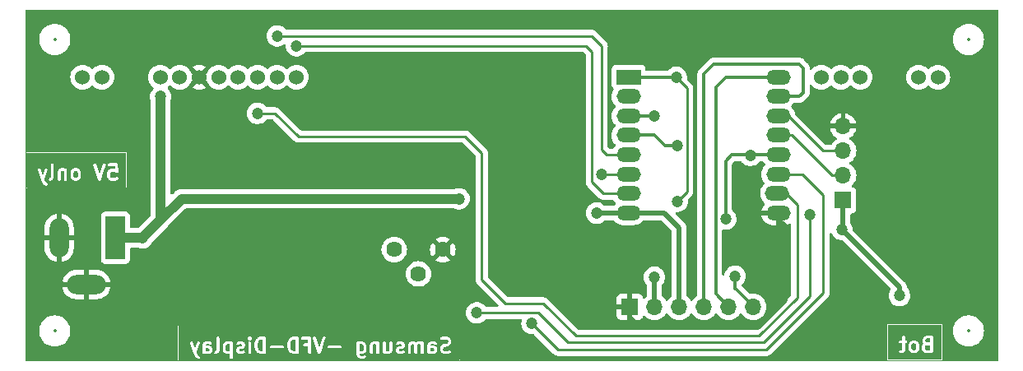
<source format=gbr>
G04 #@! TF.GenerationSoftware,KiCad,Pcbnew,7.0.2*
G04 #@! TF.CreationDate,2023-08-17T14:50:46+02:00*
G04 #@! TF.ProjectId,Samsung-VFD-Display,53616d73-756e-4672-9d56-46442d446973,0.1*
G04 #@! TF.SameCoordinates,Original*
G04 #@! TF.FileFunction,Copper,L2,Bot*
G04 #@! TF.FilePolarity,Positive*
%FSLAX46Y46*%
G04 Gerber Fmt 4.6, Leading zero omitted, Abs format (unit mm)*
G04 Created by KiCad (PCBNEW 7.0.2) date 2023-08-17 14:50:46*
%MOMM*%
%LPD*%
G01*
G04 APERTURE LIST*
G04 #@! TA.AperFunction,Profile*
%ADD10C,0.100000*%
G04 #@! TD*
%ADD11C,0.300000*%
G04 #@! TA.AperFunction,ComponentPad*
%ADD12R,1.700000X1.700000*%
G04 #@! TD*
G04 #@! TA.AperFunction,ComponentPad*
%ADD13O,1.700000X1.700000*%
G04 #@! TD*
G04 #@! TA.AperFunction,ComponentPad*
%ADD14C,1.620000*%
G04 #@! TD*
G04 #@! TA.AperFunction,ComponentPad*
%ADD15R,2.000000X4.400000*%
G04 #@! TD*
G04 #@! TA.AperFunction,ComponentPad*
%ADD16O,2.000000X4.000000*%
G04 #@! TD*
G04 #@! TA.AperFunction,ComponentPad*
%ADD17O,4.000000X2.000000*%
G04 #@! TD*
G04 #@! TA.AperFunction,ComponentPad*
%ADD18R,2.500000X1.500000*%
G04 #@! TD*
G04 #@! TA.AperFunction,ComponentPad*
%ADD19O,2.500000X1.500000*%
G04 #@! TD*
G04 #@! TA.AperFunction,ComponentPad*
%ADD20C,1.524000*%
G04 #@! TD*
G04 #@! TA.AperFunction,ViaPad*
%ADD21C,1.200000*%
G04 #@! TD*
G04 #@! TA.AperFunction,Conductor*
%ADD22C,0.500000*%
G04 #@! TD*
G04 #@! TA.AperFunction,Conductor*
%ADD23C,1.000000*%
G04 #@! TD*
G04 #@! TA.AperFunction,Conductor*
%ADD24C,0.250000*%
G04 #@! TD*
G04 #@! TA.AperFunction,Conductor*
%ADD25C,0.320000*%
G04 #@! TD*
%ADD26C,0.350000*%
%ADD27O,1.000000X3.400000*%
%ADD28O,1.000000X3.000000*%
%ADD29O,3.000000X1.000000*%
G04 APERTURE END LIST*
D10*
X194250000Y-93000000D02*
X94250000Y-93000000D01*
X94250000Y-93000000D02*
X94250000Y-57000000D01*
X194250000Y-57000000D02*
X194250000Y-93000000D01*
X94250000Y-57000000D02*
X194250000Y-57000000D01*
D11*
G36*
X122026000Y-92071628D02*
G01*
X121843199Y-92071628D01*
X121685598Y-92019095D01*
X121584991Y-91918486D01*
X121531813Y-91812132D01*
X121468857Y-91560306D01*
X121468857Y-91382949D01*
X121531811Y-91131128D01*
X121584992Y-91024767D01*
X121685598Y-90924161D01*
X121843198Y-90871628D01*
X122026000Y-90871628D01*
X122026000Y-92071628D01*
G37*
G36*
X128944289Y-91416335D02*
G01*
X128981292Y-91453338D01*
X129025999Y-91542752D01*
X129025999Y-91900504D01*
X128981291Y-91989918D01*
X128944287Y-92026922D01*
X128854875Y-92071628D01*
X128639981Y-92071628D01*
X128611714Y-92057494D01*
X128611714Y-91385761D01*
X128639981Y-91371628D01*
X128854874Y-91371628D01*
X128944289Y-91416335D01*
G37*
G36*
X115240285Y-91385762D02*
G01*
X115240285Y-92057494D01*
X115212018Y-92071628D01*
X114997123Y-92071628D01*
X114907708Y-92026920D01*
X114870706Y-91989918D01*
X114825999Y-91900504D01*
X114825999Y-91542753D01*
X114870706Y-91453338D01*
X114907710Y-91416334D01*
X114997123Y-91371628D01*
X115212017Y-91371628D01*
X115240285Y-91385762D01*
G37*
G36*
X113135624Y-91833431D02*
G01*
X113168856Y-91899895D01*
X113168856Y-91971932D01*
X113135624Y-92038396D01*
X113069161Y-92071628D01*
X112782838Y-92071628D01*
X112754571Y-92057494D01*
X112754571Y-91803895D01*
X112764209Y-91805630D01*
X112777301Y-91800200D01*
X113069161Y-91800200D01*
X113135624Y-91833431D01*
G37*
G36*
X136278482Y-91833431D02*
G01*
X136311714Y-91899895D01*
X136311714Y-91971932D01*
X136278482Y-92038396D01*
X136212019Y-92071628D01*
X135925696Y-92071628D01*
X135897429Y-92057494D01*
X135897429Y-91803895D01*
X135907067Y-91805630D01*
X135920159Y-91800200D01*
X136212019Y-91800200D01*
X136278482Y-91833431D01*
G37*
G36*
X118668857Y-92071628D02*
G01*
X118486056Y-92071628D01*
X118328455Y-92019095D01*
X118227848Y-91918486D01*
X118174670Y-91812132D01*
X118111713Y-91560306D01*
X118111714Y-91382949D01*
X118174668Y-91131128D01*
X118227849Y-91024767D01*
X118328455Y-90924161D01*
X118486055Y-90871628D01*
X118668857Y-90871628D01*
X118668857Y-92071628D01*
G37*
G36*
X138840286Y-93069486D02*
G01*
X109990285Y-93069486D01*
X109990285Y-91230600D01*
X111162781Y-91230600D01*
X111520945Y-92233460D01*
X111520370Y-92236443D01*
X111524330Y-92246343D01*
X111523718Y-92256990D01*
X111539056Y-92284169D01*
X111541992Y-92292390D01*
X111543674Y-92294704D01*
X111674940Y-92622868D01*
X111681646Y-92653693D01*
X111706452Y-92678499D01*
X111728136Y-92706090D01*
X111737173Y-92709220D01*
X111770920Y-92742967D01*
X111783809Y-92764667D01*
X111820758Y-92783141D01*
X111857054Y-92802961D01*
X111859978Y-92802751D01*
X111985352Y-92865438D01*
X112049924Y-92877058D01*
X112131291Y-92843311D01*
X112181498Y-92770930D01*
X112184602Y-92682898D01*
X112139618Y-92607161D01*
X111979138Y-92526921D01*
X111946692Y-92494475D01*
X111836351Y-92218623D01*
X112109897Y-91452696D01*
X112449141Y-91452696D01*
X112454571Y-91465788D01*
X112454571Y-91576107D01*
X112453111Y-91617501D01*
X112454571Y-91619959D01*
X112454571Y-92147523D01*
X112453111Y-92188930D01*
X112454571Y-92191388D01*
X112454571Y-92243196D01*
X112473055Y-92306148D01*
X112539628Y-92363833D01*
X112626820Y-92376370D01*
X112675891Y-92353959D01*
X112703384Y-92371628D01*
X112734036Y-92371628D01*
X112764210Y-92377058D01*
X112777302Y-92371628D01*
X113096495Y-92371628D01*
X113132258Y-92375489D01*
X113159672Y-92361781D01*
X113189091Y-92353144D01*
X113198372Y-92342432D01*
X113280331Y-92301453D01*
X113286159Y-92301659D01*
X113319363Y-92281937D01*
X113333801Y-92274719D01*
X113337834Y-92270966D01*
X113361896Y-92256676D01*
X113369458Y-92241551D01*
X113381841Y-92230033D01*
X113382581Y-92227137D01*
X113662621Y-92227137D01*
X113690400Y-92310730D01*
X113758964Y-92366034D01*
X113846543Y-92375489D01*
X113994614Y-92301454D01*
X114000443Y-92301660D01*
X114033647Y-92281937D01*
X114048086Y-92274719D01*
X114052120Y-92270966D01*
X114076180Y-92256676D01*
X114083741Y-92241552D01*
X114096126Y-92230033D01*
X114103060Y-92202915D01*
X114163696Y-92081644D01*
X114183142Y-92051386D01*
X114183142Y-92020735D01*
X114188572Y-91990561D01*
X114183142Y-91977468D01*
X114183142Y-91524123D01*
X114520569Y-91524123D01*
X114525999Y-91537215D01*
X114525999Y-91927838D01*
X114522138Y-91963602D01*
X114535845Y-91991016D01*
X114544483Y-92020434D01*
X114555195Y-92029716D01*
X114604853Y-92129030D01*
X114610218Y-92153692D01*
X114639424Y-92182898D01*
X114667595Y-92213184D01*
X114670435Y-92213910D01*
X114699490Y-92242966D01*
X114712380Y-92264667D01*
X114749338Y-92283146D01*
X114785624Y-92302960D01*
X114788548Y-92302750D01*
X114887407Y-92352180D01*
X114917669Y-92371628D01*
X114948321Y-92371628D01*
X114978495Y-92377058D01*
X114991587Y-92371628D01*
X115239352Y-92371628D01*
X115240285Y-92371728D01*
X115240285Y-92743196D01*
X115258769Y-92806148D01*
X115325342Y-92863833D01*
X115412534Y-92876370D01*
X115492661Y-92839777D01*
X115540285Y-92765672D01*
X115540285Y-92169077D01*
X115546521Y-92144691D01*
X115540284Y-92125925D01*
X115540284Y-91952695D01*
X115877712Y-91952695D01*
X115883142Y-91965787D01*
X115883142Y-91999266D01*
X115879281Y-92035030D01*
X115892988Y-92062445D01*
X115901626Y-92091862D01*
X115912337Y-92101143D01*
X115953316Y-92183101D01*
X115953111Y-92188930D01*
X115972832Y-92222134D01*
X115980052Y-92236573D01*
X115983804Y-92240607D01*
X115998095Y-92264667D01*
X116013218Y-92272228D01*
X116024738Y-92284613D01*
X116051854Y-92291546D01*
X116173122Y-92352180D01*
X116203384Y-92371628D01*
X116234036Y-92371628D01*
X116264210Y-92377058D01*
X116277302Y-92371628D01*
X116525066Y-92371628D01*
X116560829Y-92375489D01*
X116588243Y-92361781D01*
X116617662Y-92353144D01*
X116626943Y-92342432D01*
X116762372Y-92274719D01*
X116796261Y-92243196D01*
X117168857Y-92243196D01*
X117187341Y-92306148D01*
X117253914Y-92363833D01*
X117341106Y-92376370D01*
X117421233Y-92339777D01*
X117468857Y-92265672D01*
X117468857Y-91572422D01*
X117805510Y-91572422D01*
X117811714Y-91597237D01*
X117811714Y-91600339D01*
X117816932Y-91618112D01*
X117881140Y-91874944D01*
X117879281Y-91892173D01*
X117891614Y-91916840D01*
X117892852Y-91921789D01*
X117901225Y-91936061D01*
X117961995Y-92057600D01*
X117967361Y-92082264D01*
X117996585Y-92111489D01*
X118024738Y-92141755D01*
X118027577Y-92142481D01*
X118135652Y-92250557D01*
X118158210Y-92278575D01*
X118187289Y-92288268D01*
X118214196Y-92302960D01*
X118228332Y-92301948D01*
X118396439Y-92357983D01*
X118417670Y-92371628D01*
X118458993Y-92371628D01*
X118500308Y-92373122D01*
X118502829Y-92371628D01*
X118808126Y-92371628D01*
X118841106Y-92376370D01*
X118871412Y-92362529D01*
X118903377Y-92353144D01*
X118910851Y-92344518D01*
X118921233Y-92339777D01*
X118939245Y-92311749D01*
X118961062Y-92286571D01*
X118962686Y-92275273D01*
X118968857Y-92265672D01*
X118968857Y-92232358D01*
X118973599Y-92199379D01*
X118968857Y-92188995D01*
X118968857Y-91672449D01*
X119378401Y-91672449D01*
X119414994Y-91752576D01*
X119489099Y-91800200D01*
X120697568Y-91800200D01*
X120760520Y-91781716D01*
X120818205Y-91715143D01*
X120830742Y-91627951D01*
X120805383Y-91572422D01*
X121162653Y-91572422D01*
X121168857Y-91597237D01*
X121168857Y-91600339D01*
X121174075Y-91618112D01*
X121238283Y-91874944D01*
X121236424Y-91892173D01*
X121248757Y-91916840D01*
X121249995Y-91921789D01*
X121258368Y-91936061D01*
X121319138Y-92057600D01*
X121324504Y-92082264D01*
X121353728Y-92111489D01*
X121381881Y-92141755D01*
X121384720Y-92142481D01*
X121492795Y-92250557D01*
X121515353Y-92278575D01*
X121544432Y-92288268D01*
X121571339Y-92302960D01*
X121585475Y-92301948D01*
X121753582Y-92357983D01*
X121774813Y-92371628D01*
X121816136Y-92371628D01*
X121857451Y-92373122D01*
X121859972Y-92371628D01*
X122165269Y-92371628D01*
X122198249Y-92376370D01*
X122228555Y-92362529D01*
X122260520Y-92353144D01*
X122267994Y-92344518D01*
X122278376Y-92339777D01*
X122296388Y-92311749D01*
X122318205Y-92286571D01*
X122319829Y-92275273D01*
X122326000Y-92265672D01*
X122326000Y-92232358D01*
X122330742Y-92199379D01*
X122326000Y-92188995D01*
X122326000Y-90743877D01*
X122592686Y-90743877D01*
X122629279Y-90824004D01*
X122703384Y-90871628D01*
X123311714Y-90871628D01*
X123311714Y-91285914D01*
X122940146Y-91285914D01*
X122877194Y-91304398D01*
X122819509Y-91370971D01*
X122806972Y-91458163D01*
X122843565Y-91538290D01*
X122917670Y-91585914D01*
X123311714Y-91585914D01*
X123311714Y-92243196D01*
X123330198Y-92306148D01*
X123396771Y-92363833D01*
X123483963Y-92376370D01*
X123564090Y-92339777D01*
X123611714Y-92265672D01*
X123611714Y-91446644D01*
X123616456Y-91413665D01*
X123611714Y-91403281D01*
X123611714Y-90732358D01*
X123612444Y-90727278D01*
X123805483Y-90727278D01*
X124310829Y-92243319D01*
X124310218Y-92260222D01*
X124324489Y-92284300D01*
X124326231Y-92289524D01*
X124335440Y-92302775D01*
X124355133Y-92335999D01*
X124360345Y-92338611D01*
X124363674Y-92343400D01*
X124399357Y-92358161D01*
X124433887Y-92375465D01*
X124439686Y-92374844D01*
X124445072Y-92377072D01*
X124483069Y-92370199D01*
X124521473Y-92366088D01*
X124526013Y-92362432D01*
X124531754Y-92361394D01*
X124560014Y-92335058D01*
X124590088Y-92310846D01*
X124591931Y-92305314D01*
X124596197Y-92301340D01*
X124605729Y-92263922D01*
X124802887Y-91672449D01*
X125306972Y-91672449D01*
X125343565Y-91752576D01*
X125417670Y-91800200D01*
X126626139Y-91800200D01*
X126689091Y-91781716D01*
X126746776Y-91715143D01*
X126759313Y-91627951D01*
X126722720Y-91547824D01*
X126648615Y-91500200D01*
X125440146Y-91500200D01*
X125377194Y-91518684D01*
X125319509Y-91585257D01*
X125306972Y-91672449D01*
X124802887Y-91672449D01*
X124927514Y-91298567D01*
X128305479Y-91298567D01*
X128311714Y-91317328D01*
X128311714Y-92147523D01*
X128310254Y-92188930D01*
X128311714Y-92191388D01*
X128311714Y-92427837D01*
X128307853Y-92463601D01*
X128321560Y-92491015D01*
X128330198Y-92520434D01*
X128340909Y-92529715D01*
X128390567Y-92629031D01*
X128395932Y-92653693D01*
X128425137Y-92682898D01*
X128453309Y-92713184D01*
X128456149Y-92713910D01*
X128485206Y-92742967D01*
X128498095Y-92764667D01*
X128535044Y-92783141D01*
X128571340Y-92802961D01*
X128574264Y-92802751D01*
X128673122Y-92852180D01*
X128703384Y-92871628D01*
X128734036Y-92871628D01*
X128764210Y-92877058D01*
X128777302Y-92871628D01*
X128953638Y-92871628D01*
X128989401Y-92875489D01*
X129016815Y-92861781D01*
X129046234Y-92853144D01*
X129055515Y-92842432D01*
X129190944Y-92774719D01*
X129238984Y-92730033D01*
X129260807Y-92644691D01*
X129233027Y-92561097D01*
X129164463Y-92505794D01*
X129076884Y-92496339D01*
X128926304Y-92571628D01*
X128782838Y-92571628D01*
X128693424Y-92526921D01*
X128656419Y-92489916D01*
X128611714Y-92400503D01*
X128611714Y-92375323D01*
X128621353Y-92377058D01*
X128634445Y-92371628D01*
X128882209Y-92371628D01*
X128917972Y-92375489D01*
X128945386Y-92361781D01*
X128974805Y-92353144D01*
X128984086Y-92342432D01*
X129083402Y-92292774D01*
X129108064Y-92287410D01*
X129137275Y-92258198D01*
X129167555Y-92230033D01*
X129168281Y-92227192D01*
X129197338Y-92198135D01*
X129219038Y-92185247D01*
X129237512Y-92148297D01*
X129257332Y-92112002D01*
X129257122Y-92109077D01*
X129306551Y-92010219D01*
X129325999Y-91979958D01*
X129325999Y-91949306D01*
X129331429Y-91919132D01*
X129325999Y-91906039D01*
X129325999Y-91515418D01*
X129329860Y-91479655D01*
X129316380Y-91452696D01*
X129663427Y-91452696D01*
X129668857Y-91465788D01*
X129668857Y-92243196D01*
X129687341Y-92306148D01*
X129753914Y-92363833D01*
X129841106Y-92376370D01*
X129921233Y-92339777D01*
X129968857Y-92265672D01*
X129968857Y-91471323D01*
X130002088Y-91404859D01*
X130068552Y-91371628D01*
X130212017Y-91371628D01*
X130301432Y-91416335D01*
X130311714Y-91426617D01*
X130311714Y-92243196D01*
X130330198Y-92306148D01*
X130396771Y-92363833D01*
X130483963Y-92376370D01*
X130564090Y-92339777D01*
X130611714Y-92265672D01*
X130611714Y-92067617D01*
X131020065Y-92067617D01*
X131025999Y-92094898D01*
X131026000Y-92243196D01*
X131044484Y-92306148D01*
X131111057Y-92363833D01*
X131198249Y-92376370D01*
X131278376Y-92339777D01*
X131281487Y-92334934D01*
X131315979Y-92352180D01*
X131346241Y-92371628D01*
X131376893Y-92371628D01*
X131407067Y-92377058D01*
X131420159Y-92371628D01*
X131596495Y-92371628D01*
X131632258Y-92375489D01*
X131659672Y-92361781D01*
X131689091Y-92353144D01*
X131698372Y-92342432D01*
X131780329Y-92301454D01*
X131786158Y-92301660D01*
X131819362Y-92281937D01*
X131833801Y-92274719D01*
X131837835Y-92270966D01*
X131861895Y-92256676D01*
X131869456Y-92241552D01*
X131881841Y-92230033D01*
X131888775Y-92202915D01*
X131949411Y-92081644D01*
X131968857Y-92051386D01*
X131968856Y-92020735D01*
X131974287Y-91990561D01*
X131968857Y-91977468D01*
X131968857Y-91952695D01*
X132306284Y-91952695D01*
X132311714Y-91965787D01*
X132311714Y-91999266D01*
X132307853Y-92035030D01*
X132321560Y-92062445D01*
X132330198Y-92091862D01*
X132340909Y-92101143D01*
X132381888Y-92183101D01*
X132381683Y-92188930D01*
X132401404Y-92222134D01*
X132408624Y-92236573D01*
X132412376Y-92240607D01*
X132426667Y-92264667D01*
X132441790Y-92272228D01*
X132453310Y-92284613D01*
X132480426Y-92291546D01*
X132601694Y-92352180D01*
X132631956Y-92371628D01*
X132662608Y-92371628D01*
X132692782Y-92377058D01*
X132705874Y-92371628D01*
X132953638Y-92371628D01*
X132989401Y-92375489D01*
X133016815Y-92361781D01*
X133046234Y-92353144D01*
X133055515Y-92342432D01*
X133190944Y-92274719D01*
X133238984Y-92230033D01*
X133260807Y-92144691D01*
X133233027Y-92061097D01*
X133164463Y-92005794D01*
X133076884Y-91996339D01*
X132926304Y-92071628D01*
X132711410Y-92071628D01*
X132644946Y-92038396D01*
X132611714Y-91971931D01*
X132611714Y-91971325D01*
X132644946Y-91904859D01*
X132711410Y-91871628D01*
X132882210Y-91871628D01*
X132917973Y-91875489D01*
X132945387Y-91861781D01*
X132974806Y-91853144D01*
X132984087Y-91842432D01*
X133066046Y-91801453D01*
X133071874Y-91801659D01*
X133105078Y-91781937D01*
X133119516Y-91774719D01*
X133123549Y-91770966D01*
X133147611Y-91756676D01*
X133155173Y-91741551D01*
X133167556Y-91730033D01*
X133174489Y-91702917D01*
X133235124Y-91581645D01*
X133254571Y-91551386D01*
X133254571Y-91520734D01*
X133260001Y-91490560D01*
X133254571Y-91477468D01*
X133254570Y-91452695D01*
X133591998Y-91452695D01*
X133597428Y-91465787D01*
X133597428Y-92243196D01*
X133615912Y-92306148D01*
X133682485Y-92363833D01*
X133769677Y-92376370D01*
X133849804Y-92339777D01*
X133897428Y-92265672D01*
X133897428Y-91471324D01*
X133930660Y-91404859D01*
X133997124Y-91371628D01*
X134140589Y-91371628D01*
X134207054Y-91404860D01*
X134240286Y-91471323D01*
X134240286Y-92243196D01*
X134258770Y-92306148D01*
X134325343Y-92363833D01*
X134412535Y-92376370D01*
X134492662Y-92339777D01*
X134540286Y-92265672D01*
X134540286Y-91471323D01*
X134573517Y-91404859D01*
X134639981Y-91371628D01*
X134783446Y-91371628D01*
X134872861Y-91416335D01*
X134883143Y-91426617D01*
X134883143Y-92243196D01*
X134901627Y-92306148D01*
X134968200Y-92363833D01*
X135055392Y-92376370D01*
X135135519Y-92339777D01*
X135183143Y-92265672D01*
X135183143Y-91452696D01*
X135591999Y-91452696D01*
X135597429Y-91465788D01*
X135597429Y-91576107D01*
X135595969Y-91617501D01*
X135597429Y-91619959D01*
X135597429Y-92147523D01*
X135595969Y-92188930D01*
X135597429Y-92191388D01*
X135597429Y-92243196D01*
X135615913Y-92306148D01*
X135682486Y-92363833D01*
X135769678Y-92376370D01*
X135818749Y-92353959D01*
X135846242Y-92371628D01*
X135876894Y-92371628D01*
X135907068Y-92377058D01*
X135920160Y-92371628D01*
X136239353Y-92371628D01*
X136275116Y-92375489D01*
X136302530Y-92361781D01*
X136331949Y-92353144D01*
X136341230Y-92342432D01*
X136423189Y-92301453D01*
X136429017Y-92301659D01*
X136462221Y-92281937D01*
X136476659Y-92274719D01*
X136480692Y-92270966D01*
X136504754Y-92256676D01*
X136512316Y-92241551D01*
X136524699Y-92230033D01*
X136531632Y-92202917D01*
X136592267Y-92081645D01*
X136611714Y-92051386D01*
X136611714Y-92020734D01*
X136617144Y-91990560D01*
X136611714Y-91977468D01*
X136611714Y-91872561D01*
X136615575Y-91836798D01*
X136601867Y-91809383D01*
X136593230Y-91779965D01*
X136582518Y-91770683D01*
X136541540Y-91688726D01*
X136541746Y-91682898D01*
X136522023Y-91649693D01*
X136514805Y-91635255D01*
X136511052Y-91631220D01*
X136496762Y-91607161D01*
X136481638Y-91599599D01*
X136470119Y-91587215D01*
X136443002Y-91580281D01*
X136321731Y-91519645D01*
X136291473Y-91500200D01*
X136260822Y-91500200D01*
X136230647Y-91494770D01*
X136217555Y-91500200D01*
X135925696Y-91500200D01*
X135897429Y-91486066D01*
X135897429Y-91471323D01*
X135930660Y-91404859D01*
X135997124Y-91371628D01*
X136212018Y-91371628D01*
X136342494Y-91436866D01*
X136407067Y-91448487D01*
X136488434Y-91414740D01*
X136538641Y-91342360D01*
X136541746Y-91254327D01*
X136496762Y-91178590D01*
X136321738Y-91091078D01*
X136291473Y-91071628D01*
X136260820Y-91071628D01*
X136230648Y-91066198D01*
X136217556Y-91071628D01*
X135969789Y-91071628D01*
X135934025Y-91067767D01*
X135906609Y-91081475D01*
X135877194Y-91090112D01*
X135867912Y-91100823D01*
X135785956Y-91141802D01*
X135780127Y-91141597D01*
X135746913Y-91161324D01*
X135732484Y-91168539D01*
X135728452Y-91172289D01*
X135704390Y-91186581D01*
X135696828Y-91201704D01*
X135684444Y-91213224D01*
X135677510Y-91240339D01*
X135616874Y-91361611D01*
X135597429Y-91391870D01*
X135597429Y-91422521D01*
X135591999Y-91452696D01*
X135183143Y-91452696D01*
X135183143Y-91391549D01*
X135189078Y-91375637D01*
X135183143Y-91348356D01*
X135183143Y-91200060D01*
X135164659Y-91137108D01*
X135098086Y-91079423D01*
X135010894Y-91066886D01*
X134930767Y-91103479D01*
X134927654Y-91108322D01*
X134893166Y-91091078D01*
X134862901Y-91071628D01*
X134832248Y-91071628D01*
X134802076Y-91066198D01*
X134788984Y-91071628D01*
X134612646Y-91071628D01*
X134576882Y-91067767D01*
X134549466Y-91081475D01*
X134520051Y-91090112D01*
X134510769Y-91100823D01*
X134428813Y-91141802D01*
X134422984Y-91141597D01*
X134395609Y-91157856D01*
X134371574Y-91151710D01*
X134250309Y-91091078D01*
X134220044Y-91071628D01*
X134189391Y-91071628D01*
X134159219Y-91066198D01*
X134146127Y-91071628D01*
X133969789Y-91071628D01*
X133934025Y-91067767D01*
X133906609Y-91081475D01*
X133877194Y-91090112D01*
X133867912Y-91100823D01*
X133785956Y-91141802D01*
X133780127Y-91141597D01*
X133746913Y-91161324D01*
X133732484Y-91168539D01*
X133728452Y-91172289D01*
X133704390Y-91186581D01*
X133696828Y-91201704D01*
X133684444Y-91213224D01*
X133677510Y-91240339D01*
X133616878Y-91361604D01*
X133597428Y-91391870D01*
X133597427Y-91422523D01*
X133591998Y-91452695D01*
X133254570Y-91452695D01*
X133254570Y-91443990D01*
X133258432Y-91408227D01*
X133244724Y-91380812D01*
X133236087Y-91351394D01*
X133225375Y-91342112D01*
X133184397Y-91260155D01*
X133184603Y-91254327D01*
X133164880Y-91221122D01*
X133157662Y-91206684D01*
X133153909Y-91202649D01*
X133139619Y-91178590D01*
X133124495Y-91171028D01*
X133112976Y-91158644D01*
X133085859Y-91151710D01*
X132964595Y-91091078D01*
X132934330Y-91071628D01*
X132903677Y-91071628D01*
X132873505Y-91066198D01*
X132860413Y-91071628D01*
X132684075Y-91071628D01*
X132648311Y-91067767D01*
X132620895Y-91081475D01*
X132591480Y-91090112D01*
X132582198Y-91100823D01*
X132446770Y-91168539D01*
X132398730Y-91213224D01*
X132376908Y-91298567D01*
X132404688Y-91382160D01*
X132473252Y-91437463D01*
X132560831Y-91446918D01*
X132711410Y-91371628D01*
X132854875Y-91371628D01*
X132921339Y-91404860D01*
X132954571Y-91471324D01*
X132954571Y-91471932D01*
X132921339Y-91538396D01*
X132854876Y-91571628D01*
X132684075Y-91571628D01*
X132648311Y-91567767D01*
X132620895Y-91581475D01*
X132591480Y-91590112D01*
X132582198Y-91600823D01*
X132500242Y-91641802D01*
X132494413Y-91641597D01*
X132461199Y-91661324D01*
X132446770Y-91668539D01*
X132442738Y-91672289D01*
X132418676Y-91686581D01*
X132411114Y-91701704D01*
X132398730Y-91713224D01*
X132391796Y-91740339D01*
X132331164Y-91861604D01*
X132311714Y-91891870D01*
X132311714Y-91922523D01*
X132306284Y-91952695D01*
X131968857Y-91952695D01*
X131968857Y-91200060D01*
X131950373Y-91137108D01*
X131883800Y-91079423D01*
X131796608Y-91066886D01*
X131716481Y-91103479D01*
X131668857Y-91177584D01*
X131668857Y-91971931D01*
X131635624Y-92038396D01*
X131569161Y-92071628D01*
X131425695Y-92071628D01*
X131336280Y-92026920D01*
X131326000Y-92016640D01*
X131326000Y-91200060D01*
X131307516Y-91137108D01*
X131240943Y-91079423D01*
X131153751Y-91066886D01*
X131073624Y-91103479D01*
X131026000Y-91177584D01*
X131026000Y-92051704D01*
X131020065Y-92067617D01*
X130611714Y-92067617D01*
X130611714Y-91391549D01*
X130617649Y-91375637D01*
X130611714Y-91348356D01*
X130611714Y-91200060D01*
X130593230Y-91137108D01*
X130526657Y-91079423D01*
X130439465Y-91066886D01*
X130359338Y-91103479D01*
X130356225Y-91108322D01*
X130321737Y-91091078D01*
X130291472Y-91071628D01*
X130260819Y-91071628D01*
X130230647Y-91066198D01*
X130217555Y-91071628D01*
X130041217Y-91071628D01*
X130005453Y-91067767D01*
X129978037Y-91081475D01*
X129948622Y-91090112D01*
X129939340Y-91100823D01*
X129857384Y-91141802D01*
X129851555Y-91141597D01*
X129818341Y-91161324D01*
X129803912Y-91168539D01*
X129799880Y-91172289D01*
X129775818Y-91186581D01*
X129768256Y-91201704D01*
X129755872Y-91213224D01*
X129748938Y-91240339D01*
X129688302Y-91361611D01*
X129668857Y-91391870D01*
X129668856Y-91422521D01*
X129663427Y-91452696D01*
X129316380Y-91452696D01*
X129316152Y-91452240D01*
X129307515Y-91422822D01*
X129296803Y-91413540D01*
X129247145Y-91314222D01*
X129241780Y-91289562D01*
X129212572Y-91260354D01*
X129184404Y-91230072D01*
X129181563Y-91229345D01*
X129152505Y-91200288D01*
X129139618Y-91178590D01*
X129102668Y-91160115D01*
X129066372Y-91140296D01*
X129063448Y-91140505D01*
X128964594Y-91091078D01*
X128934329Y-91071628D01*
X128903676Y-91071628D01*
X128873504Y-91066198D01*
X128860412Y-91071628D01*
X128612646Y-91071628D01*
X128576882Y-91067767D01*
X128549466Y-91081475D01*
X128534198Y-91085957D01*
X128526657Y-91079423D01*
X128439465Y-91066886D01*
X128359338Y-91103479D01*
X128311714Y-91177584D01*
X128311714Y-91274182D01*
X128305479Y-91298567D01*
X124927514Y-91298567D01*
X125101564Y-90776416D01*
X136877698Y-90776416D01*
X136893377Y-90863098D01*
X136953430Y-90927542D01*
X137038793Y-90949287D01*
X137271769Y-90871628D01*
X137569160Y-90871628D01*
X137658575Y-90916335D01*
X137695578Y-90953338D01*
X137740285Y-91042752D01*
X137740285Y-91114790D01*
X137695577Y-91204204D01*
X137658575Y-91241206D01*
X137552218Y-91294385D01*
X137308396Y-91355341D01*
X137291168Y-91353481D01*
X137266499Y-91365815D01*
X137261553Y-91367052D01*
X137247283Y-91375423D01*
X137125740Y-91436195D01*
X137101078Y-91441561D01*
X137071857Y-91470781D01*
X137041587Y-91498938D01*
X137040860Y-91501778D01*
X137011803Y-91530835D01*
X136990104Y-91543724D01*
X136971628Y-91580675D01*
X136951810Y-91616969D01*
X136952019Y-91619893D01*
X136902592Y-91718747D01*
X136883142Y-91749013D01*
X136883142Y-91779666D01*
X136877712Y-91809838D01*
X136883142Y-91822930D01*
X136883142Y-91927838D01*
X136879281Y-91963602D01*
X136892988Y-91991016D01*
X136901626Y-92020434D01*
X136912338Y-92029716D01*
X136961995Y-92129029D01*
X136967361Y-92153693D01*
X136996581Y-92182913D01*
X137024738Y-92213184D01*
X137027578Y-92213910D01*
X137056635Y-92242967D01*
X137069524Y-92264667D01*
X137106473Y-92283141D01*
X137142769Y-92302961D01*
X137145693Y-92302751D01*
X137244551Y-92352180D01*
X137274813Y-92371628D01*
X137305465Y-92371628D01*
X137335639Y-92377058D01*
X137348731Y-92371628D01*
X137657195Y-92371628D01*
X137681650Y-92377858D01*
X137720837Y-92364795D01*
X137760520Y-92353144D01*
X137762439Y-92350928D01*
X137958180Y-92285682D01*
X138012056Y-92248240D01*
X138045729Y-92166841D01*
X138030050Y-92080159D01*
X137969997Y-92015716D01*
X137884635Y-91993970D01*
X137651659Y-92071628D01*
X137354267Y-92071628D01*
X137264853Y-92026921D01*
X137227849Y-91989917D01*
X137183142Y-91900504D01*
X137183142Y-91828467D01*
X137227848Y-91739054D01*
X137264854Y-91702048D01*
X137371208Y-91648870D01*
X137615030Y-91587915D01*
X137632259Y-91589775D01*
X137656926Y-91577441D01*
X137661875Y-91576204D01*
X137676147Y-91567830D01*
X137797687Y-91507059D01*
X137822349Y-91501695D01*
X137851563Y-91472480D01*
X137881841Y-91444318D01*
X137882567Y-91441477D01*
X137911623Y-91412422D01*
X137933324Y-91399533D01*
X137951803Y-91362574D01*
X137971617Y-91326289D01*
X137971407Y-91323364D01*
X138020837Y-91224505D01*
X138040285Y-91194244D01*
X138040285Y-91163592D01*
X138045715Y-91133418D01*
X138040285Y-91120325D01*
X138040285Y-91015418D01*
X138044146Y-90979655D01*
X138030438Y-90952240D01*
X138021801Y-90922822D01*
X138011089Y-90913540D01*
X137961431Y-90814222D01*
X137956066Y-90789562D01*
X137926858Y-90760354D01*
X137898690Y-90730072D01*
X137895849Y-90729345D01*
X137866791Y-90700288D01*
X137853904Y-90678590D01*
X137816954Y-90660115D01*
X137780658Y-90640296D01*
X137777734Y-90640505D01*
X137678880Y-90591078D01*
X137648615Y-90571628D01*
X137617962Y-90571628D01*
X137587790Y-90566198D01*
X137574698Y-90571628D01*
X137266232Y-90571628D01*
X137241777Y-90565398D01*
X137202584Y-90578462D01*
X137162908Y-90590112D01*
X137160988Y-90592327D01*
X136965246Y-90657575D01*
X136911370Y-90695018D01*
X136877698Y-90776416D01*
X125101564Y-90776416D01*
X125110836Y-90748601D01*
X125113208Y-90683034D01*
X125068293Y-90607257D01*
X124989540Y-90567791D01*
X124901953Y-90577168D01*
X124833338Y-90632410D01*
X124461712Y-91747286D01*
X124097195Y-90653733D01*
X124059752Y-90599856D01*
X123978354Y-90566184D01*
X123891672Y-90581863D01*
X123827229Y-90641916D01*
X123805483Y-90727278D01*
X123612444Y-90727278D01*
X123616456Y-90699379D01*
X123602615Y-90669072D01*
X123593230Y-90637108D01*
X123584604Y-90629633D01*
X123579863Y-90619252D01*
X123551835Y-90601239D01*
X123526657Y-90579423D01*
X123515359Y-90577798D01*
X123505758Y-90571628D01*
X123472445Y-90571628D01*
X123439465Y-90566886D01*
X123429082Y-90571628D01*
X122725860Y-90571628D01*
X122662908Y-90590112D01*
X122605223Y-90656685D01*
X122592686Y-90743877D01*
X122326000Y-90743877D01*
X122326000Y-90732358D01*
X122330742Y-90699379D01*
X122316901Y-90669072D01*
X122307516Y-90637108D01*
X122298890Y-90629633D01*
X122294149Y-90619252D01*
X122266121Y-90601239D01*
X122240943Y-90579423D01*
X122229645Y-90577798D01*
X122220044Y-90571628D01*
X122186731Y-90571628D01*
X122153751Y-90566886D01*
X122143368Y-90571628D01*
X121837661Y-90571628D01*
X121813206Y-90565398D01*
X121774013Y-90578462D01*
X121734337Y-90590112D01*
X121732417Y-90592327D01*
X121564798Y-90648200D01*
X121529649Y-90655847D01*
X121507974Y-90677521D01*
X121482799Y-90695018D01*
X121477381Y-90708114D01*
X121368946Y-90816549D01*
X121347247Y-90829438D01*
X121328771Y-90866389D01*
X121308953Y-90902683D01*
X121309162Y-90905607D01*
X121268070Y-90987791D01*
X121255446Y-90999662D01*
X121248757Y-91026417D01*
X121246476Y-91030980D01*
X121243544Y-91047267D01*
X121179323Y-91304154D01*
X121168857Y-91320441D01*
X121168857Y-91346020D01*
X121168105Y-91349029D01*
X121168857Y-91367534D01*
X121168857Y-91554083D01*
X121162653Y-91572422D01*
X120805383Y-91572422D01*
X120794149Y-91547824D01*
X120720044Y-91500200D01*
X119511575Y-91500200D01*
X119448623Y-91518684D01*
X119390938Y-91585257D01*
X119378401Y-91672449D01*
X118968857Y-91672449D01*
X118968857Y-90732358D01*
X118973599Y-90699379D01*
X118959758Y-90669072D01*
X118950373Y-90637108D01*
X118941747Y-90629633D01*
X118937006Y-90619252D01*
X118908978Y-90601239D01*
X118883800Y-90579423D01*
X118872502Y-90577798D01*
X118862901Y-90571628D01*
X118829588Y-90571628D01*
X118796608Y-90566886D01*
X118786225Y-90571628D01*
X118480518Y-90571628D01*
X118456063Y-90565398D01*
X118416870Y-90578462D01*
X118377194Y-90590112D01*
X118375274Y-90592327D01*
X118207655Y-90648200D01*
X118172506Y-90655847D01*
X118150831Y-90677521D01*
X118125656Y-90695018D01*
X118120238Y-90708114D01*
X118011803Y-90816549D01*
X117990104Y-90829438D01*
X117971628Y-90866389D01*
X117951810Y-90902683D01*
X117952019Y-90905607D01*
X117910927Y-90987791D01*
X117898303Y-90999662D01*
X117891614Y-91026417D01*
X117889333Y-91030980D01*
X117886401Y-91047267D01*
X117822180Y-91304154D01*
X117811714Y-91320441D01*
X117811714Y-91346020D01*
X117810962Y-91349029D01*
X117811714Y-91367534D01*
X117811714Y-91554083D01*
X117805510Y-91572422D01*
X117468857Y-91572422D01*
X117468857Y-91200060D01*
X117450373Y-91137108D01*
X117383800Y-91079423D01*
X117296608Y-91066886D01*
X117216481Y-91103479D01*
X117168857Y-91177584D01*
X117168857Y-92243196D01*
X116796261Y-92243196D01*
X116810412Y-92230033D01*
X116832235Y-92144691D01*
X116804455Y-92061097D01*
X116735891Y-92005794D01*
X116648312Y-91996339D01*
X116497732Y-92071628D01*
X116282838Y-92071628D01*
X116216374Y-92038396D01*
X116183142Y-91971931D01*
X116183142Y-91971325D01*
X116216374Y-91904859D01*
X116282838Y-91871628D01*
X116453638Y-91871628D01*
X116489401Y-91875489D01*
X116516815Y-91861781D01*
X116546234Y-91853144D01*
X116555515Y-91842432D01*
X116637474Y-91801453D01*
X116643302Y-91801659D01*
X116676506Y-91781937D01*
X116690944Y-91774719D01*
X116694977Y-91770966D01*
X116719039Y-91756676D01*
X116726601Y-91741551D01*
X116738984Y-91730033D01*
X116745917Y-91702917D01*
X116806552Y-91581645D01*
X116825999Y-91551386D01*
X116825999Y-91520734D01*
X116831429Y-91490560D01*
X116825999Y-91477468D01*
X116825998Y-91443990D01*
X116829860Y-91408227D01*
X116816152Y-91380812D01*
X116807515Y-91351394D01*
X116796803Y-91342112D01*
X116755825Y-91260155D01*
X116756031Y-91254327D01*
X116736308Y-91221122D01*
X116729090Y-91206684D01*
X116725337Y-91202649D01*
X116711047Y-91178590D01*
X116695923Y-91171028D01*
X116684404Y-91158644D01*
X116657287Y-91151710D01*
X116536023Y-91091078D01*
X116505758Y-91071628D01*
X116475105Y-91071628D01*
X116444933Y-91066198D01*
X116431841Y-91071628D01*
X116255503Y-91071628D01*
X116219739Y-91067767D01*
X116192323Y-91081475D01*
X116162908Y-91090112D01*
X116153626Y-91100823D01*
X116018198Y-91168539D01*
X115970158Y-91213224D01*
X115948336Y-91298567D01*
X115976116Y-91382160D01*
X116044680Y-91437463D01*
X116132259Y-91446918D01*
X116282838Y-91371628D01*
X116426303Y-91371628D01*
X116492767Y-91404860D01*
X116525999Y-91471324D01*
X116525999Y-91471932D01*
X116492767Y-91538396D01*
X116426304Y-91571628D01*
X116255503Y-91571628D01*
X116219739Y-91567767D01*
X116192323Y-91581475D01*
X116162908Y-91590112D01*
X116153626Y-91600823D01*
X116071670Y-91641802D01*
X116065841Y-91641597D01*
X116032627Y-91661324D01*
X116018198Y-91668539D01*
X116014166Y-91672289D01*
X115990104Y-91686581D01*
X115982542Y-91701704D01*
X115970158Y-91713224D01*
X115963224Y-91740339D01*
X115902592Y-91861604D01*
X115883142Y-91891870D01*
X115883142Y-91922523D01*
X115877712Y-91952695D01*
X115540284Y-91952695D01*
X115540285Y-91295720D01*
X115541745Y-91254327D01*
X115540285Y-91251868D01*
X115540285Y-91200060D01*
X115521801Y-91137108D01*
X115455228Y-91079423D01*
X115368036Y-91066886D01*
X115318964Y-91089296D01*
X115291472Y-91071628D01*
X115260819Y-91071628D01*
X115230647Y-91066198D01*
X115217555Y-91071628D01*
X114969788Y-91071628D01*
X114934024Y-91067767D01*
X114906608Y-91081475D01*
X114877193Y-91090112D01*
X114867911Y-91100823D01*
X114768596Y-91150481D01*
X114743933Y-91155847D01*
X114714702Y-91185077D01*
X114684443Y-91213224D01*
X114683716Y-91216063D01*
X114654659Y-91245121D01*
X114632961Y-91258009D01*
X114614485Y-91294960D01*
X114594667Y-91331254D01*
X114594876Y-91334178D01*
X114545449Y-91433032D01*
X114525999Y-91463298D01*
X114525999Y-91493951D01*
X114520569Y-91524123D01*
X114183142Y-91524123D01*
X114183142Y-90781905D01*
X117091493Y-90781905D01*
X117098574Y-90814457D01*
X117100952Y-90847689D01*
X117107792Y-90856827D01*
X117110219Y-90867980D01*
X117133771Y-90891532D01*
X117153741Y-90918209D01*
X117164438Y-90922199D01*
X117185718Y-90943477D01*
X117187341Y-90949005D01*
X117208438Y-90967286D01*
X117225170Y-90989637D01*
X117241083Y-90995572D01*
X117253914Y-91006690D01*
X117270721Y-91009106D01*
X117285627Y-91017246D01*
X117297010Y-91016431D01*
X117307704Y-91020420D01*
X117324297Y-91016810D01*
X117341106Y-91019227D01*
X117356555Y-91012171D01*
X117373490Y-91010960D01*
X117382625Y-91004121D01*
X117393779Y-91001695D01*
X117405785Y-90989688D01*
X117421233Y-90982634D01*
X117430414Y-90968347D01*
X117444009Y-90958171D01*
X117447997Y-90947476D01*
X117488764Y-90906709D01*
X117515436Y-90886744D01*
X117527079Y-90855527D01*
X117543045Y-90826289D01*
X117542230Y-90814906D01*
X117546220Y-90804211D01*
X117539136Y-90771650D01*
X117536760Y-90738425D01*
X117529921Y-90729289D01*
X117527495Y-90718136D01*
X117503936Y-90694576D01*
X117483971Y-90667906D01*
X117473277Y-90663917D01*
X117451996Y-90642635D01*
X117450373Y-90637108D01*
X117429275Y-90618827D01*
X117412544Y-90596476D01*
X117396630Y-90590540D01*
X117383800Y-90579423D01*
X117366992Y-90577006D01*
X117352089Y-90568868D01*
X117340705Y-90569682D01*
X117330010Y-90565693D01*
X117313416Y-90569302D01*
X117296608Y-90566886D01*
X117281160Y-90573940D01*
X117264226Y-90575152D01*
X117255089Y-90581991D01*
X117243935Y-90584418D01*
X117231928Y-90596424D01*
X117216481Y-90603479D01*
X117207301Y-90617763D01*
X117193706Y-90627940D01*
X117189716Y-90638636D01*
X117148949Y-90679403D01*
X117122276Y-90699371D01*
X117110633Y-90730586D01*
X117094667Y-90759826D01*
X117095481Y-90771211D01*
X117091493Y-90781905D01*
X114183142Y-90781905D01*
X114183142Y-90700060D01*
X114164658Y-90637108D01*
X114098085Y-90579423D01*
X114010893Y-90566886D01*
X113930766Y-90603479D01*
X113883142Y-90677584D01*
X113883142Y-91971931D01*
X113849909Y-92038396D01*
X113732483Y-92097109D01*
X113684443Y-92141795D01*
X113662621Y-92227137D01*
X113382581Y-92227137D01*
X113388774Y-92202917D01*
X113449409Y-92081645D01*
X113468856Y-92051386D01*
X113468856Y-92020734D01*
X113474286Y-91990560D01*
X113468856Y-91977468D01*
X113468856Y-91872561D01*
X113472717Y-91836798D01*
X113459009Y-91809383D01*
X113450372Y-91779965D01*
X113439660Y-91770683D01*
X113398682Y-91688726D01*
X113398888Y-91682898D01*
X113379165Y-91649693D01*
X113371947Y-91635255D01*
X113368194Y-91631220D01*
X113353904Y-91607161D01*
X113338780Y-91599599D01*
X113327261Y-91587215D01*
X113300144Y-91580281D01*
X113178873Y-91519645D01*
X113148615Y-91500200D01*
X113117964Y-91500200D01*
X113087789Y-91494770D01*
X113074697Y-91500200D01*
X112782838Y-91500200D01*
X112754571Y-91486066D01*
X112754571Y-91471323D01*
X112787802Y-91404859D01*
X112854266Y-91371628D01*
X113069160Y-91371628D01*
X113199636Y-91436866D01*
X113264209Y-91448487D01*
X113345576Y-91414740D01*
X113395783Y-91342360D01*
X113398888Y-91254327D01*
X113353904Y-91178590D01*
X113178880Y-91091078D01*
X113148615Y-91071628D01*
X113117962Y-91071628D01*
X113087790Y-91066198D01*
X113074698Y-91071628D01*
X112826931Y-91071628D01*
X112791167Y-91067767D01*
X112763751Y-91081475D01*
X112734336Y-91090112D01*
X112725054Y-91100823D01*
X112643098Y-91141802D01*
X112637269Y-91141597D01*
X112604055Y-91161324D01*
X112589626Y-91168539D01*
X112585594Y-91172289D01*
X112561532Y-91186581D01*
X112553970Y-91201704D01*
X112541586Y-91213224D01*
X112534652Y-91240339D01*
X112474016Y-91361611D01*
X112454571Y-91391870D01*
X112454571Y-91422521D01*
X112449141Y-91452696D01*
X112109897Y-91452696D01*
X112181657Y-91251767D01*
X112185423Y-91186266D01*
X112142130Y-91109550D01*
X112064235Y-91068418D01*
X111976468Y-91075929D01*
X111906694Y-91129700D01*
X111675999Y-91775646D01*
X111452863Y-91150866D01*
X111414283Y-91097798D01*
X111332187Y-91065865D01*
X111245858Y-91083384D01*
X111182706Y-91144795D01*
X111162781Y-91230600D01*
X109990285Y-91230600D01*
X109990285Y-89490914D01*
X138840286Y-89490914D01*
X138840286Y-93069486D01*
G37*
G36*
X99562233Y-73585535D02*
G01*
X99599236Y-73622538D01*
X99643943Y-73711952D01*
X99643943Y-74069704D01*
X99599235Y-74159118D01*
X99562231Y-74196122D01*
X99472819Y-74240828D01*
X99329353Y-74240828D01*
X99239938Y-74196120D01*
X99202936Y-74159118D01*
X99158229Y-74069704D01*
X99158229Y-73711952D01*
X99202936Y-73622539D01*
X99239940Y-73585534D01*
X99329353Y-73540828D01*
X99472818Y-73540828D01*
X99562233Y-73585535D01*
G37*
G36*
X104601086Y-75238686D02*
G01*
X94322515Y-75238686D01*
X94322515Y-73399800D01*
X95495011Y-73399800D01*
X95853175Y-74402660D01*
X95852600Y-74405643D01*
X95856560Y-74415543D01*
X95855948Y-74426190D01*
X95871286Y-74453369D01*
X95874222Y-74461590D01*
X95875904Y-74463904D01*
X96007170Y-74792068D01*
X96013876Y-74822893D01*
X96038682Y-74847699D01*
X96060366Y-74875290D01*
X96069403Y-74878420D01*
X96103150Y-74912167D01*
X96116039Y-74933867D01*
X96152988Y-74952341D01*
X96189284Y-74972161D01*
X96192208Y-74971951D01*
X96317582Y-75034638D01*
X96382154Y-75046258D01*
X96463521Y-75012511D01*
X96513728Y-74940130D01*
X96516832Y-74852098D01*
X96471848Y-74776361D01*
X96311368Y-74696121D01*
X96278922Y-74663675D01*
X96171987Y-74396337D01*
X96637708Y-74396337D01*
X96665487Y-74479930D01*
X96734051Y-74535234D01*
X96821630Y-74544689D01*
X96969701Y-74470654D01*
X96975530Y-74470860D01*
X97008734Y-74451137D01*
X97023173Y-74443919D01*
X97027207Y-74440166D01*
X97051267Y-74425876D01*
X97058828Y-74410752D01*
X97071213Y-74399233D01*
X97078147Y-74372115D01*
X97138783Y-74250844D01*
X97158229Y-74220586D01*
X97158229Y-74189935D01*
X97163659Y-74159761D01*
X97158229Y-74146668D01*
X97158229Y-73621896D01*
X97567085Y-73621896D01*
X97572515Y-73634988D01*
X97572515Y-74412396D01*
X97590999Y-74475348D01*
X97657572Y-74533033D01*
X97744764Y-74545570D01*
X97824891Y-74508977D01*
X97872515Y-74434872D01*
X97872515Y-73640523D01*
X97905746Y-73574059D01*
X97972210Y-73540828D01*
X98115675Y-73540828D01*
X98205090Y-73585535D01*
X98215371Y-73595817D01*
X98215372Y-74412396D01*
X98233856Y-74475348D01*
X98300429Y-74533033D01*
X98387621Y-74545570D01*
X98467748Y-74508977D01*
X98515372Y-74434872D01*
X98515372Y-73693323D01*
X98852799Y-73693323D01*
X98858229Y-73706415D01*
X98858229Y-74097038D01*
X98854368Y-74132802D01*
X98868075Y-74160216D01*
X98876713Y-74189634D01*
X98887425Y-74198916D01*
X98937083Y-74298230D01*
X98942448Y-74322892D01*
X98971654Y-74352098D01*
X98999825Y-74382384D01*
X99002665Y-74383110D01*
X99031720Y-74412166D01*
X99044610Y-74433867D01*
X99081568Y-74452346D01*
X99117854Y-74472160D01*
X99120778Y-74471950D01*
X99219637Y-74521380D01*
X99249899Y-74540828D01*
X99280551Y-74540828D01*
X99310725Y-74546258D01*
X99323817Y-74540828D01*
X99500153Y-74540828D01*
X99535916Y-74544689D01*
X99563330Y-74530981D01*
X99592749Y-74522344D01*
X99602030Y-74511632D01*
X99701346Y-74461974D01*
X99726008Y-74456610D01*
X99755219Y-74427398D01*
X99785499Y-74399233D01*
X99786225Y-74396392D01*
X99815282Y-74367335D01*
X99836982Y-74354447D01*
X99855456Y-74317497D01*
X99875276Y-74281202D01*
X99875066Y-74278277D01*
X99924495Y-74179419D01*
X99943943Y-74149158D01*
X99943943Y-74118506D01*
X99949373Y-74088332D01*
X99943943Y-74075239D01*
X99943943Y-73684618D01*
X99947804Y-73648855D01*
X99934096Y-73621440D01*
X99925459Y-73592022D01*
X99914747Y-73582740D01*
X99865089Y-73483422D01*
X99859724Y-73458762D01*
X99830516Y-73429554D01*
X99802348Y-73399272D01*
X99799507Y-73398545D01*
X99770449Y-73369488D01*
X99757562Y-73347790D01*
X99720612Y-73329315D01*
X99684316Y-73309496D01*
X99681392Y-73309705D01*
X99582538Y-73260278D01*
X99552273Y-73240828D01*
X99521620Y-73240828D01*
X99491448Y-73235398D01*
X99478356Y-73240828D01*
X99302018Y-73240828D01*
X99266254Y-73236967D01*
X99238838Y-73250675D01*
X99209423Y-73259312D01*
X99200141Y-73270023D01*
X99100826Y-73319681D01*
X99076163Y-73325047D01*
X99046932Y-73354277D01*
X99016673Y-73382424D01*
X99015946Y-73385263D01*
X98986889Y-73414321D01*
X98965191Y-73427209D01*
X98946715Y-73464160D01*
X98926897Y-73500454D01*
X98927106Y-73503378D01*
X98877679Y-73602232D01*
X98858229Y-73632498D01*
X98858229Y-73663151D01*
X98852799Y-73693323D01*
X98515372Y-73693323D01*
X98515372Y-73560749D01*
X98521307Y-73544837D01*
X98515372Y-73517556D01*
X98515372Y-73369260D01*
X98496888Y-73306308D01*
X98430315Y-73248623D01*
X98343123Y-73236086D01*
X98262996Y-73272679D01*
X98259883Y-73277522D01*
X98225395Y-73260278D01*
X98195130Y-73240828D01*
X98164477Y-73240828D01*
X98134305Y-73235398D01*
X98121213Y-73240828D01*
X97944875Y-73240828D01*
X97909111Y-73236967D01*
X97881695Y-73250675D01*
X97852280Y-73259312D01*
X97842998Y-73270023D01*
X97761042Y-73311002D01*
X97755213Y-73310797D01*
X97721999Y-73330524D01*
X97707570Y-73337739D01*
X97703538Y-73341489D01*
X97679476Y-73355781D01*
X97671914Y-73370904D01*
X97659530Y-73382424D01*
X97652596Y-73409539D01*
X97591960Y-73530811D01*
X97572515Y-73561070D01*
X97572515Y-73591721D01*
X97567085Y-73621896D01*
X97158229Y-73621896D01*
X97158229Y-72896478D01*
X101209141Y-72896478D01*
X101714487Y-74412519D01*
X101713876Y-74429422D01*
X101728147Y-74453500D01*
X101729889Y-74458724D01*
X101739098Y-74471975D01*
X101758791Y-74505199D01*
X101764003Y-74507811D01*
X101767332Y-74512600D01*
X101803015Y-74527361D01*
X101837545Y-74544665D01*
X101843344Y-74544044D01*
X101848730Y-74546272D01*
X101886727Y-74539399D01*
X101925131Y-74535288D01*
X101929671Y-74531632D01*
X101935412Y-74530594D01*
X101963672Y-74504258D01*
X101993746Y-74480046D01*
X101995589Y-74474514D01*
X101999855Y-74470540D01*
X102009387Y-74433122D01*
X102232177Y-73764752D01*
X102638512Y-73764752D01*
X102643941Y-73777844D01*
X102643942Y-74097038D01*
X102640081Y-74132802D01*
X102653788Y-74160216D01*
X102662426Y-74189634D01*
X102673138Y-74198916D01*
X102722795Y-74298229D01*
X102728161Y-74322893D01*
X102757381Y-74352113D01*
X102785538Y-74382384D01*
X102788378Y-74383110D01*
X102817435Y-74412167D01*
X102830324Y-74433867D01*
X102867273Y-74452341D01*
X102903569Y-74472161D01*
X102906493Y-74471951D01*
X103005351Y-74521380D01*
X103035613Y-74540828D01*
X103066265Y-74540828D01*
X103096439Y-74546258D01*
X103109531Y-74540828D01*
X103428724Y-74540828D01*
X103464487Y-74544689D01*
X103491901Y-74530981D01*
X103521320Y-74522344D01*
X103530601Y-74511632D01*
X103629919Y-74461974D01*
X103654580Y-74456609D01*
X103683783Y-74427404D01*
X103714070Y-74399233D01*
X103714796Y-74396391D01*
X103772402Y-74338785D01*
X103803846Y-74281201D01*
X103797560Y-74193338D01*
X103744771Y-74122819D01*
X103662237Y-74092036D01*
X103576162Y-74110762D01*
X103490802Y-74196122D01*
X103401390Y-74240828D01*
X103115067Y-74240828D01*
X103025653Y-74196121D01*
X102988649Y-74159117D01*
X102943942Y-74069704D01*
X102943942Y-73783382D01*
X102988649Y-73693968D01*
X103025654Y-73656962D01*
X103115067Y-73612257D01*
X103401390Y-73612257D01*
X103490803Y-73656963D01*
X103523510Y-73689670D01*
X103528632Y-73702300D01*
X103554113Y-73720273D01*
X103560269Y-73726430D01*
X103571652Y-73732646D01*
X103600614Y-73753075D01*
X103609789Y-73753471D01*
X103617853Y-73757874D01*
X103653208Y-73755345D01*
X103688621Y-73756874D01*
X103696556Y-73752245D01*
X103705716Y-73751590D01*
X103734089Y-73730350D01*
X103764709Y-73712489D01*
X103768881Y-73704306D01*
X103776236Y-73698801D01*
X103788625Y-73665584D01*
X103804723Y-73634014D01*
X103803809Y-73624876D01*
X103807020Y-73616268D01*
X103799484Y-73581629D01*
X103730731Y-72894086D01*
X103734399Y-72868579D01*
X103717445Y-72831455D01*
X103702110Y-72793641D01*
X103699256Y-72791628D01*
X103697806Y-72788452D01*
X103663474Y-72766388D01*
X103630128Y-72742867D01*
X103626639Y-72742716D01*
X103623701Y-72740828D01*
X103582893Y-72740828D01*
X103542121Y-72739068D01*
X103539104Y-72740828D01*
X102843803Y-72740828D01*
X102780851Y-72759312D01*
X102723166Y-72825885D01*
X102710629Y-72913077D01*
X102747222Y-72993204D01*
X102821327Y-73040828D01*
X103443909Y-73040828D01*
X103471051Y-73312257D01*
X103450193Y-73312257D01*
X103420018Y-73306827D01*
X103406926Y-73312257D01*
X103087733Y-73312257D01*
X103051970Y-73308396D01*
X103024555Y-73322103D01*
X102995137Y-73330741D01*
X102985855Y-73341452D01*
X102886539Y-73391110D01*
X102861878Y-73396475D01*
X102832666Y-73425686D01*
X102802387Y-73453852D01*
X102801660Y-73456692D01*
X102772603Y-73485749D01*
X102750904Y-73498638D01*
X102732428Y-73535589D01*
X102712610Y-73571883D01*
X102712819Y-73574807D01*
X102663392Y-73673661D01*
X102643942Y-73703927D01*
X102643942Y-73734580D01*
X102638512Y-73764752D01*
X102232177Y-73764752D01*
X102514494Y-72917801D01*
X102516866Y-72852234D01*
X102471951Y-72776457D01*
X102393198Y-72736991D01*
X102305611Y-72746368D01*
X102236996Y-72801610D01*
X101865370Y-73916486D01*
X101500853Y-72822933D01*
X101463410Y-72769056D01*
X101382012Y-72735384D01*
X101295330Y-72751063D01*
X101230887Y-72811116D01*
X101209141Y-72896478D01*
X97158229Y-72896478D01*
X97158229Y-72869260D01*
X97139745Y-72806308D01*
X97073172Y-72748623D01*
X96985980Y-72736086D01*
X96905853Y-72772679D01*
X96858229Y-72846784D01*
X96858229Y-74141131D01*
X96824996Y-74207596D01*
X96707570Y-74266309D01*
X96659530Y-74310995D01*
X96637708Y-74396337D01*
X96171987Y-74396337D01*
X96168581Y-74387823D01*
X96513887Y-73420967D01*
X96517653Y-73355466D01*
X96474360Y-73278750D01*
X96396465Y-73237618D01*
X96308698Y-73245129D01*
X96238924Y-73298900D01*
X96008229Y-73944846D01*
X95785093Y-73320066D01*
X95746513Y-73266998D01*
X95664417Y-73235065D01*
X95578088Y-73252584D01*
X95514936Y-73313995D01*
X95495011Y-73399800D01*
X94322515Y-73399800D01*
X94322515Y-71660114D01*
X104601086Y-71660114D01*
X104601086Y-75238686D01*
G37*
G36*
X185790175Y-91314735D02*
G01*
X185827178Y-91351738D01*
X185871884Y-91441152D01*
X185871885Y-91798903D01*
X185827177Y-91888318D01*
X185790173Y-91925322D01*
X185700761Y-91970028D01*
X185557295Y-91970028D01*
X185467880Y-91925320D01*
X185430878Y-91888318D01*
X185386171Y-91798904D01*
X185386171Y-91441153D01*
X185430878Y-91351739D01*
X185467882Y-91314734D01*
X185557295Y-91270028D01*
X185700760Y-91270028D01*
X185790175Y-91314735D01*
G37*
G36*
X187300457Y-91970028D02*
G01*
X186914438Y-91970028D01*
X186825024Y-91925321D01*
X186788019Y-91888316D01*
X186743314Y-91798903D01*
X186743314Y-91655437D01*
X186788020Y-91566024D01*
X186817198Y-91536846D01*
X186961568Y-91488723D01*
X186967238Y-91489744D01*
X186980330Y-91484314D01*
X187300457Y-91484314D01*
X187300457Y-91970028D01*
G37*
G36*
X187300457Y-91184314D02*
G01*
X186985867Y-91184314D01*
X186896454Y-91139607D01*
X186859448Y-91102602D01*
X186814742Y-91013190D01*
X186814742Y-90941153D01*
X186859449Y-90851738D01*
X186896453Y-90814734D01*
X186985867Y-90770028D01*
X187300457Y-90770028D01*
X187300457Y-91184314D01*
G37*
G36*
X188471886Y-92967886D02*
G01*
X182979028Y-92967886D01*
X182979028Y-92142277D01*
X184081429Y-92142277D01*
X184118022Y-92222404D01*
X184192127Y-92270028D01*
X184370952Y-92270028D01*
X184406715Y-92273889D01*
X184434129Y-92260181D01*
X184463548Y-92251544D01*
X184472829Y-92240832D01*
X184554786Y-92199854D01*
X184560615Y-92200060D01*
X184593819Y-92180337D01*
X184608258Y-92173119D01*
X184612292Y-92169366D01*
X184636352Y-92155076D01*
X184643913Y-92139952D01*
X184656298Y-92128433D01*
X184663232Y-92101315D01*
X184723868Y-91980044D01*
X184743314Y-91949786D01*
X184743313Y-91919135D01*
X184748744Y-91888961D01*
X184743314Y-91875868D01*
X184743314Y-91422523D01*
X185080741Y-91422523D01*
X185086171Y-91435615D01*
X185086171Y-91826238D01*
X185082310Y-91862002D01*
X185096017Y-91889416D01*
X185104655Y-91918834D01*
X185115367Y-91928116D01*
X185165025Y-92027430D01*
X185170390Y-92052092D01*
X185199596Y-92081298D01*
X185227767Y-92111584D01*
X185230607Y-92112310D01*
X185259662Y-92141366D01*
X185272552Y-92163067D01*
X185309510Y-92181546D01*
X185345796Y-92201360D01*
X185348720Y-92201150D01*
X185447579Y-92250580D01*
X185477841Y-92270028D01*
X185508493Y-92270028D01*
X185538667Y-92275458D01*
X185551759Y-92270028D01*
X185728095Y-92270028D01*
X185763858Y-92273889D01*
X185791272Y-92260181D01*
X185820691Y-92251544D01*
X185829972Y-92240832D01*
X185929288Y-92191174D01*
X185953950Y-92185810D01*
X185983161Y-92156598D01*
X186013441Y-92128433D01*
X186014167Y-92125592D01*
X186043224Y-92096535D01*
X186064924Y-92083647D01*
X186083398Y-92046697D01*
X186103218Y-92010402D01*
X186103008Y-92007477D01*
X186152437Y-91908619D01*
X186171885Y-91878358D01*
X186171885Y-91847706D01*
X186177315Y-91817532D01*
X186171885Y-91804439D01*
X186171885Y-91636810D01*
X186437884Y-91636810D01*
X186443314Y-91649902D01*
X186443314Y-91826237D01*
X186439453Y-91862001D01*
X186453160Y-91889415D01*
X186461798Y-91918834D01*
X186472509Y-91928115D01*
X186522167Y-92027431D01*
X186527532Y-92052093D01*
X186556737Y-92081298D01*
X186584909Y-92111584D01*
X186587749Y-92112310D01*
X186616806Y-92141367D01*
X186629695Y-92163067D01*
X186666644Y-92181541D01*
X186702940Y-92201361D01*
X186705864Y-92201151D01*
X186804722Y-92250580D01*
X186834984Y-92270028D01*
X186865636Y-92270028D01*
X186895810Y-92275458D01*
X186908902Y-92270028D01*
X187439726Y-92270028D01*
X187472706Y-92274770D01*
X187503012Y-92260929D01*
X187534977Y-92251544D01*
X187542451Y-92242918D01*
X187552833Y-92238177D01*
X187570845Y-92210149D01*
X187592662Y-92184971D01*
X187594286Y-92173673D01*
X187600457Y-92164072D01*
X187600457Y-92130758D01*
X187605199Y-92097779D01*
X187600457Y-92087395D01*
X187600457Y-91345044D01*
X187605199Y-91312065D01*
X187600457Y-91301681D01*
X187600457Y-90630758D01*
X187605199Y-90597779D01*
X187591358Y-90567472D01*
X187581973Y-90535508D01*
X187573347Y-90528033D01*
X187568606Y-90517652D01*
X187540578Y-90499639D01*
X187515400Y-90477823D01*
X187504102Y-90476198D01*
X187494501Y-90470028D01*
X187461188Y-90470028D01*
X187428208Y-90465286D01*
X187417825Y-90470028D01*
X186958532Y-90470028D01*
X186922768Y-90466167D01*
X186895352Y-90479875D01*
X186865937Y-90488512D01*
X186856655Y-90499223D01*
X186757340Y-90548882D01*
X186732679Y-90554247D01*
X186703464Y-90583461D01*
X186673187Y-90611624D01*
X186672460Y-90614464D01*
X186643404Y-90643519D01*
X186621704Y-90656409D01*
X186603223Y-90693369D01*
X186583411Y-90729653D01*
X186583620Y-90732576D01*
X186534192Y-90831432D01*
X186514742Y-90861698D01*
X186514742Y-90892351D01*
X186509312Y-90922523D01*
X186514742Y-90935615D01*
X186514742Y-91040524D01*
X186510881Y-91076288D01*
X186524588Y-91103702D01*
X186533226Y-91133120D01*
X186543938Y-91142402D01*
X186593596Y-91241717D01*
X186598962Y-91266380D01*
X186628175Y-91295592D01*
X186629607Y-91297133D01*
X186614400Y-91307702D01*
X186608981Y-91320799D01*
X186571974Y-91357806D01*
X186550275Y-91370695D01*
X186531799Y-91407646D01*
X186511981Y-91443940D01*
X186512190Y-91446864D01*
X186462759Y-91545725D01*
X186443314Y-91575984D01*
X186443314Y-91606635D01*
X186437884Y-91636810D01*
X186171885Y-91636810D01*
X186171885Y-91413818D01*
X186175746Y-91378055D01*
X186162038Y-91350640D01*
X186153401Y-91321222D01*
X186142689Y-91311940D01*
X186093031Y-91212622D01*
X186087666Y-91187962D01*
X186058458Y-91158754D01*
X186030290Y-91128472D01*
X186027449Y-91127745D01*
X185998391Y-91098688D01*
X185985504Y-91076990D01*
X185948554Y-91058515D01*
X185912258Y-91038696D01*
X185909334Y-91038905D01*
X185810480Y-90989478D01*
X185780215Y-90970028D01*
X185749562Y-90970028D01*
X185719390Y-90964598D01*
X185706298Y-90970028D01*
X185529960Y-90970028D01*
X185494196Y-90966167D01*
X185466780Y-90979875D01*
X185437365Y-90988512D01*
X185428083Y-90999223D01*
X185328768Y-91048881D01*
X185304105Y-91054247D01*
X185274874Y-91083477D01*
X185244615Y-91111624D01*
X185243888Y-91114463D01*
X185214831Y-91143521D01*
X185193133Y-91156409D01*
X185174657Y-91193360D01*
X185154839Y-91229654D01*
X185155048Y-91232578D01*
X185105621Y-91331432D01*
X185086171Y-91361698D01*
X185086171Y-91392351D01*
X185080741Y-91422523D01*
X184743314Y-91422523D01*
X184743314Y-91270028D01*
X184829167Y-91270028D01*
X184892119Y-91251544D01*
X184949804Y-91184971D01*
X184962341Y-91097779D01*
X184925748Y-91017652D01*
X184851643Y-90970028D01*
X184743314Y-90970028D01*
X184743314Y-90598460D01*
X184724830Y-90535508D01*
X184658257Y-90477823D01*
X184571065Y-90465286D01*
X184490938Y-90501879D01*
X184443314Y-90575984D01*
X184443314Y-90970028D01*
X184214603Y-90970028D01*
X184151651Y-90988512D01*
X184093966Y-91055085D01*
X184081429Y-91142277D01*
X184118022Y-91222404D01*
X184192127Y-91270028D01*
X184443314Y-91270028D01*
X184443314Y-91870331D01*
X184410081Y-91936796D01*
X184343618Y-91970028D01*
X184214603Y-91970028D01*
X184151651Y-91988512D01*
X184093966Y-92055085D01*
X184081429Y-92142277D01*
X182979028Y-92142277D01*
X182979028Y-89389314D01*
X188471886Y-89389314D01*
X188471886Y-92967886D01*
G37*
D12*
X178358800Y-76555600D03*
D13*
X178358800Y-74015600D03*
X178358800Y-71475600D03*
X178358800Y-68935600D03*
D14*
X137170800Y-81631400D03*
X134670800Y-84131400D03*
X132170800Y-81631400D03*
D15*
X103505000Y-80426000D03*
D16*
X97705000Y-80426000D03*
D17*
X100505000Y-85226000D03*
D12*
X156413200Y-87528400D03*
D13*
X158953200Y-87528400D03*
X161493200Y-87528400D03*
X164033200Y-87528400D03*
X166573200Y-87528400D03*
X169113200Y-87528400D03*
D18*
X156272000Y-63863748D03*
D19*
X156272000Y-65863748D03*
X156272000Y-67863748D03*
X156272000Y-69863748D03*
X156272000Y-71863748D03*
X156272000Y-73863748D03*
X156272000Y-75863748D03*
X156272000Y-77863748D03*
X171672000Y-77863748D03*
X171572000Y-75863748D03*
X171672000Y-73863748D03*
X171672000Y-71863748D03*
X171672000Y-69863748D03*
X171672000Y-67863748D03*
X171672000Y-65863748D03*
X171672000Y-63863748D03*
D20*
X100111000Y-63887000D03*
X102111000Y-63887000D03*
X108111000Y-63887000D03*
X110111000Y-63887000D03*
X112111000Y-63887000D03*
X114111000Y-63887000D03*
X116111000Y-63887000D03*
X118111000Y-63887000D03*
X120111000Y-63887000D03*
X122111000Y-63887000D03*
X176111000Y-63887000D03*
X178111000Y-63887000D03*
X180111000Y-63887000D03*
X186111000Y-63887000D03*
X188111000Y-63887000D03*
D21*
X181000400Y-68834000D03*
X184200800Y-88442800D03*
X186740800Y-71323200D03*
X142494000Y-71678800D03*
X126500000Y-82000000D03*
X138836400Y-79248000D03*
X121259600Y-85242400D03*
X138836400Y-76403200D03*
X106273600Y-80426000D03*
X184150000Y-86360000D03*
X108153200Y-65887600D03*
X178206400Y-79552800D03*
X153009600Y-77876400D03*
X153517600Y-73863200D03*
X118110000Y-67614800D03*
X122123200Y-60655200D03*
X161290000Y-70916800D03*
X161290000Y-76657200D03*
X161188400Y-63906400D03*
X158953200Y-84480400D03*
X167248800Y-84363600D03*
X166268400Y-78486000D03*
X168808400Y-71932800D03*
X166268400Y-78486000D03*
X174955200Y-78028800D03*
X140665200Y-88138000D03*
X158902400Y-67868800D03*
X146354800Y-89255600D03*
X120142000Y-59639200D03*
D22*
X169621200Y-89611200D02*
X157429200Y-89611200D01*
X97705000Y-84852600D02*
X98078400Y-85226000D01*
X157429200Y-89611200D02*
X156413200Y-88595200D01*
X178358800Y-68935600D02*
X180898800Y-68935600D01*
X172364400Y-86868000D02*
X169621200Y-89611200D01*
X172364400Y-79256148D02*
X172364400Y-86868000D01*
X98078400Y-85226000D02*
X100505000Y-85226000D01*
X170972000Y-77863748D02*
X172364400Y-79256148D01*
X100505000Y-85226000D02*
X120633600Y-85226000D01*
X180898800Y-68935600D02*
X181000400Y-68834000D01*
X97705000Y-80426000D02*
X97705000Y-84852600D01*
X156413200Y-88595200D02*
X156413200Y-87528400D01*
X178206400Y-79552800D02*
X184150000Y-85496400D01*
D23*
X108153200Y-65887600D02*
X108153200Y-65980600D01*
D22*
X178358800Y-76555600D02*
X178358800Y-79400400D01*
X184150000Y-85496400D02*
X184150000Y-86360000D01*
D23*
X106273600Y-80426000D02*
X103505000Y-80426000D01*
X110296400Y-76403200D02*
X138836400Y-76403200D01*
X108111000Y-78588600D02*
X108153200Y-78546400D01*
X108153200Y-78546400D02*
X108153200Y-65887600D01*
X108111000Y-78588600D02*
X110296400Y-76403200D01*
X106273600Y-80426000D02*
X108111000Y-78588600D01*
D22*
X178358800Y-79400400D02*
X178206400Y-79552800D01*
X159969200Y-77876400D02*
X153009600Y-77876400D01*
X161493200Y-87528400D02*
X161493200Y-79400400D01*
X153022252Y-77863748D02*
X153009600Y-77876400D01*
X161493200Y-79400400D02*
X159969200Y-77876400D01*
X156972000Y-77863748D02*
X153022252Y-77863748D01*
D24*
X156972000Y-73863748D02*
X153518148Y-73863748D01*
X153518148Y-73863748D02*
X153517600Y-73863200D01*
X170972000Y-75863748D02*
X172434548Y-75863748D01*
X150876000Y-90525600D02*
X169672000Y-90525600D01*
X173634400Y-77063600D02*
X173634400Y-77025452D01*
X122326400Y-70002400D02*
X139496800Y-70002400D01*
X169672000Y-90525600D02*
X173634400Y-86563200D01*
X139496800Y-70002400D02*
X141173200Y-71678800D01*
X141173200Y-71678800D02*
X141173200Y-84734400D01*
X143611600Y-87172800D02*
X147523200Y-87172800D01*
X119938800Y-67614800D02*
X122326400Y-70002400D01*
X118110000Y-67614800D02*
X119938800Y-67614800D01*
X147523200Y-87172800D02*
X150876000Y-90525600D01*
X172434548Y-75863748D02*
X173634400Y-77063600D01*
X141173200Y-84734400D02*
X143611600Y-87172800D01*
X173634400Y-86563200D02*
X173634400Y-77063600D01*
X152501600Y-61264800D02*
X151892000Y-60655200D01*
X151892000Y-60655200D02*
X122123200Y-60655200D01*
X156972000Y-75863748D02*
X153689348Y-75863748D01*
X153689348Y-75863748D02*
X152501600Y-74676000D01*
X152501600Y-74676000D02*
X152501600Y-61264800D01*
D25*
X158902400Y-69799200D02*
X157036548Y-69799200D01*
X160020000Y-70916800D02*
X158902400Y-69799200D01*
X157036548Y-69799200D02*
X156972000Y-69863748D01*
X161290000Y-70916800D02*
X160020000Y-70916800D01*
X156972000Y-63863748D02*
X161145748Y-63863748D01*
D24*
X161290000Y-76657200D02*
X162306000Y-75641200D01*
X162306000Y-75641200D02*
X162306000Y-65024000D01*
X161145748Y-63863748D02*
X161188400Y-63906400D01*
X162306000Y-65024000D02*
X161188400Y-63906400D01*
D22*
X158953200Y-87528400D02*
X158953200Y-84378800D01*
D25*
X174244000Y-65481200D02*
X173861452Y-65863748D01*
X164033200Y-87528400D02*
X164033200Y-63550800D01*
X164033200Y-63550800D02*
X165049200Y-62534800D01*
X173861452Y-65863748D02*
X170972000Y-65863748D01*
X165049200Y-62534800D02*
X173837600Y-62534800D01*
X173837600Y-62534800D02*
X174244000Y-62941200D01*
X174244000Y-62941200D02*
X174244000Y-65481200D01*
X166311052Y-63863748D02*
X165252400Y-64922400D01*
X165252400Y-64922400D02*
X165252400Y-86207600D01*
X170972000Y-63863748D02*
X166311052Y-63863748D01*
X165252400Y-86207600D02*
X166573200Y-87528400D01*
X167269200Y-85633600D02*
X169113200Y-87477600D01*
X169113200Y-87477600D02*
X169113200Y-87528400D01*
X167248800Y-85633600D02*
X167269200Y-85633600D01*
X167248800Y-84363600D02*
X167248800Y-85633600D01*
D24*
X170972000Y-69863748D02*
X173089348Y-69863748D01*
X173089348Y-69863748D02*
X177241200Y-74015600D01*
X177241200Y-74015600D02*
X178358800Y-74015600D01*
X176326800Y-71475600D02*
X178358800Y-71475600D01*
X172714948Y-67863748D02*
X176326800Y-71475600D01*
X170972000Y-67863748D02*
X172714948Y-67863748D01*
D25*
X166268400Y-72542400D02*
X166928800Y-71882000D01*
X170953748Y-71882000D02*
X170972000Y-71863748D01*
X166268400Y-78486000D02*
X166268400Y-72542400D01*
X166928800Y-71882000D02*
X170953748Y-71882000D01*
D24*
X147015200Y-88138000D02*
X140665200Y-88138000D01*
X150012400Y-91135200D02*
X147015200Y-88138000D01*
X170230800Y-91135200D02*
X150012400Y-91135200D01*
X174955200Y-86410800D02*
X170230800Y-91135200D01*
X174955200Y-78028800D02*
X174955200Y-86410800D01*
D25*
X156972000Y-67863748D02*
X158897348Y-67863748D01*
D24*
X158897348Y-67863748D02*
X158902400Y-67868800D01*
X176326800Y-76047600D02*
X176326800Y-86106000D01*
X170484800Y-91948000D02*
X149047200Y-91948000D01*
X176326800Y-86106000D02*
X170484800Y-91948000D01*
X149047200Y-91948000D02*
X146354800Y-89255600D01*
X170972000Y-73863748D02*
X174142948Y-73863748D01*
X174142948Y-73863748D02*
X176326800Y-76047600D01*
X154043852Y-71863748D02*
X156972000Y-71863748D01*
X153517600Y-60655200D02*
X153517600Y-71374000D01*
X120142000Y-59639200D02*
X152501600Y-59639200D01*
X154025600Y-71882000D02*
X154043852Y-71863748D01*
X153517600Y-71374000D02*
X154025600Y-71882000D01*
X152501600Y-59639200D02*
X153517600Y-60655200D01*
G04 #@! TA.AperFunction,Conductor*
G36*
X194192539Y-57020185D02*
G01*
X194238294Y-57072989D01*
X194249500Y-57124500D01*
X194249500Y-92875500D01*
X194229815Y-92942539D01*
X194177011Y-92988294D01*
X194125500Y-92999500D01*
X188646386Y-92999500D01*
X188579347Y-92979815D01*
X188533592Y-92927011D01*
X188522386Y-92875500D01*
X188522386Y-90000000D01*
X189644551Y-90000000D01*
X189664317Y-90251149D01*
X189723126Y-90496110D01*
X189771330Y-90612485D01*
X189819534Y-90728859D01*
X189951164Y-90943659D01*
X190114776Y-91135224D01*
X190306341Y-91298836D01*
X190521141Y-91430466D01*
X190753889Y-91526873D01*
X190998852Y-91585683D01*
X191187118Y-91600500D01*
X191189563Y-91600500D01*
X191310437Y-91600500D01*
X191312882Y-91600500D01*
X191501148Y-91585683D01*
X191746111Y-91526873D01*
X191978859Y-91430466D01*
X192193659Y-91298836D01*
X192385224Y-91135224D01*
X192548836Y-90943659D01*
X192680466Y-90728859D01*
X192776873Y-90496111D01*
X192835683Y-90251148D01*
X192855449Y-90000000D01*
X192835683Y-89748852D01*
X192776873Y-89503889D01*
X192680466Y-89271141D01*
X192548836Y-89056341D01*
X192385224Y-88864776D01*
X192193659Y-88701164D01*
X191978859Y-88569534D01*
X191862485Y-88521330D01*
X191746110Y-88473126D01*
X191501149Y-88414317D01*
X191315316Y-88399691D01*
X191315301Y-88399690D01*
X191312882Y-88399500D01*
X191187118Y-88399500D01*
X191184699Y-88399690D01*
X191184683Y-88399691D01*
X190998850Y-88414317D01*
X190753889Y-88473126D01*
X190521139Y-88569535D01*
X190306342Y-88701163D01*
X190114776Y-88864776D01*
X189951163Y-89056342D01*
X189819535Y-89271139D01*
X189723126Y-89503889D01*
X189664317Y-89748850D01*
X189644551Y-90000000D01*
X188522386Y-90000000D01*
X188522386Y-89338814D01*
X182928528Y-89338814D01*
X182928528Y-92875500D01*
X182908843Y-92942539D01*
X182856039Y-92988294D01*
X182804528Y-92999500D01*
X139014786Y-92999500D01*
X138947747Y-92979815D01*
X138901992Y-92927011D01*
X138890786Y-92875500D01*
X138890786Y-89440414D01*
X109939785Y-89440414D01*
X109939785Y-92875500D01*
X109920100Y-92942539D01*
X109867296Y-92988294D01*
X109815785Y-92999500D01*
X94374500Y-92999500D01*
X94307461Y-92979815D01*
X94261706Y-92927011D01*
X94250500Y-92875500D01*
X94250500Y-90000000D01*
X95644551Y-90000000D01*
X95664317Y-90251149D01*
X95723126Y-90496110D01*
X95771330Y-90612485D01*
X95819534Y-90728859D01*
X95951164Y-90943659D01*
X96114776Y-91135224D01*
X96306341Y-91298836D01*
X96521141Y-91430466D01*
X96753889Y-91526873D01*
X96998852Y-91585683D01*
X97187118Y-91600500D01*
X97189563Y-91600500D01*
X97310437Y-91600500D01*
X97312882Y-91600500D01*
X97501148Y-91585683D01*
X97746111Y-91526873D01*
X97978859Y-91430466D01*
X98193659Y-91298836D01*
X98385224Y-91135224D01*
X98548836Y-90943659D01*
X98680466Y-90728859D01*
X98776873Y-90496111D01*
X98835683Y-90251148D01*
X98855449Y-90000000D01*
X98835683Y-89748852D01*
X98776873Y-89503889D01*
X98680466Y-89271141D01*
X98548836Y-89056341D01*
X98385224Y-88864776D01*
X98193659Y-88701164D01*
X97978859Y-88569534D01*
X97862484Y-88521330D01*
X97746110Y-88473126D01*
X97501149Y-88414317D01*
X97315316Y-88399691D01*
X97315301Y-88399690D01*
X97312882Y-88399500D01*
X97187118Y-88399500D01*
X97184699Y-88399690D01*
X97184683Y-88399691D01*
X96998850Y-88414317D01*
X96753889Y-88473126D01*
X96521139Y-88569535D01*
X96306342Y-88701163D01*
X96114776Y-88864776D01*
X95951163Y-89056342D01*
X95819535Y-89271139D01*
X95723126Y-89503889D01*
X95664317Y-89748850D01*
X95644551Y-90000000D01*
X94250500Y-90000000D01*
X94250500Y-84975999D01*
X98025976Y-84975999D01*
X98025978Y-84976000D01*
X99071314Y-84976000D01*
X99045507Y-85016156D01*
X99005000Y-85154111D01*
X99005000Y-85297889D01*
X99045507Y-85435844D01*
X99071314Y-85476000D01*
X98025977Y-85476000D01*
X98045916Y-85595491D01*
X98126631Y-85830606D01*
X98244946Y-86049233D01*
X98397631Y-86245403D01*
X98580522Y-86413766D01*
X98788634Y-86549733D01*
X99016278Y-86649586D01*
X99257262Y-86710612D01*
X99440412Y-86725788D01*
X99445527Y-86726000D01*
X100255000Y-86726000D01*
X100255000Y-85726000D01*
X100755000Y-85726000D01*
X100755000Y-86726000D01*
X101564473Y-86726000D01*
X101569587Y-86725788D01*
X101752737Y-86710612D01*
X101993721Y-86649586D01*
X102221365Y-86549733D01*
X102429477Y-86413766D01*
X102612368Y-86245403D01*
X102765053Y-86049233D01*
X102883368Y-85830606D01*
X102964083Y-85595491D01*
X102984023Y-85476000D01*
X101938686Y-85476000D01*
X101964493Y-85435844D01*
X102005000Y-85297889D01*
X102005000Y-85154111D01*
X101964493Y-85016156D01*
X101938686Y-84976000D01*
X102984022Y-84976000D01*
X102984023Y-84975999D01*
X102964083Y-84856508D01*
X102883368Y-84621393D01*
X102765053Y-84402766D01*
X102612368Y-84206596D01*
X102530683Y-84131400D01*
X133355293Y-84131400D01*
X133375278Y-84359832D01*
X133434629Y-84581331D01*
X133486856Y-84693333D01*
X133531538Y-84789153D01*
X133663064Y-84976991D01*
X133825209Y-85139136D01*
X134013047Y-85270662D01*
X134220870Y-85367571D01*
X134442365Y-85426921D01*
X134670800Y-85446906D01*
X134899235Y-85426921D01*
X135120730Y-85367571D01*
X135328553Y-85270662D01*
X135516391Y-85139136D01*
X135678536Y-84976991D01*
X135810062Y-84789153D01*
X135906971Y-84581330D01*
X135966321Y-84359835D01*
X135986306Y-84131400D01*
X135966321Y-83902965D01*
X135906971Y-83681470D01*
X135810062Y-83473647D01*
X135678536Y-83285809D01*
X135516391Y-83123664D01*
X135328553Y-82992138D01*
X135188694Y-82926921D01*
X135120731Y-82895229D01*
X134899232Y-82835878D01*
X134670799Y-82815893D01*
X134442367Y-82835878D01*
X134220868Y-82895229D01*
X134013049Y-82992137D01*
X134013047Y-82992138D01*
X133830313Y-83120090D01*
X133825205Y-83123667D01*
X133663067Y-83285805D01*
X133663064Y-83285808D01*
X133663064Y-83285809D01*
X133601136Y-83374252D01*
X133531537Y-83473649D01*
X133434629Y-83681468D01*
X133375278Y-83902967D01*
X133355293Y-84131400D01*
X102530683Y-84131400D01*
X102429477Y-84038233D01*
X102221365Y-83902266D01*
X101993721Y-83802413D01*
X101752737Y-83741387D01*
X101569587Y-83726211D01*
X101564473Y-83726000D01*
X100755000Y-83726000D01*
X100755000Y-84726000D01*
X100255000Y-84726000D01*
X100255000Y-83726000D01*
X99445527Y-83726000D01*
X99440412Y-83726211D01*
X99257262Y-83741387D01*
X99016278Y-83802413D01*
X98788634Y-83902266D01*
X98580522Y-84038233D01*
X98397631Y-84206596D01*
X98244946Y-84402766D01*
X98126631Y-84621393D01*
X98045916Y-84856508D01*
X98025976Y-84975999D01*
X94250500Y-84975999D01*
X94250500Y-81485472D01*
X96205000Y-81485472D01*
X96205211Y-81490587D01*
X96220387Y-81673737D01*
X96281413Y-81914721D01*
X96381266Y-82142365D01*
X96517233Y-82350477D01*
X96685596Y-82533368D01*
X96881766Y-82686053D01*
X97100393Y-82804368D01*
X97335508Y-82885083D01*
X97454999Y-82905023D01*
X97455000Y-82905022D01*
X97455000Y-81859686D01*
X97495156Y-81885493D01*
X97633111Y-81926000D01*
X97776889Y-81926000D01*
X97914844Y-81885493D01*
X97955000Y-81859686D01*
X97955000Y-82905023D01*
X98074491Y-82885083D01*
X98309606Y-82804368D01*
X98528233Y-82686053D01*
X98548115Y-82670578D01*
X102004500Y-82670578D01*
X102004501Y-82673872D01*
X102004853Y-82677152D01*
X102004854Y-82677159D01*
X102010909Y-82733484D01*
X102024776Y-82770662D01*
X102061204Y-82868331D01*
X102147454Y-82983546D01*
X102262669Y-83069796D01*
X102397517Y-83120091D01*
X102457127Y-83126500D01*
X104552872Y-83126499D01*
X104612483Y-83120091D01*
X104747331Y-83069796D01*
X104862546Y-82983546D01*
X104948796Y-82868331D01*
X104999091Y-82733483D01*
X105005500Y-82673873D01*
X105005500Y-81631399D01*
X130855293Y-81631399D01*
X130875278Y-81859832D01*
X130934629Y-82081331D01*
X130963090Y-82142365D01*
X131031538Y-82289153D01*
X131163064Y-82476991D01*
X131325209Y-82639136D01*
X131513047Y-82770662D01*
X131720870Y-82867571D01*
X131942365Y-82926921D01*
X132170800Y-82946906D01*
X132399235Y-82926921D01*
X132620730Y-82867571D01*
X132828553Y-82770662D01*
X133016391Y-82639136D01*
X133178536Y-82476991D01*
X133310062Y-82289153D01*
X133406971Y-82081330D01*
X133466321Y-81859835D01*
X133486306Y-81631400D01*
X135855795Y-81631400D01*
X135875773Y-81859746D01*
X135935100Y-82081157D01*
X136031973Y-82288903D01*
X136084592Y-82364051D01*
X136084594Y-82364052D01*
X136726349Y-81722296D01*
X136727127Y-81732665D01*
X136776687Y-81858941D01*
X136861265Y-81964999D01*
X136973347Y-82041416D01*
X137081099Y-82074653D01*
X136438146Y-82717605D01*
X136438146Y-82717606D01*
X136513296Y-82770226D01*
X136721042Y-82867099D01*
X136942453Y-82926426D01*
X137170800Y-82946404D01*
X137399146Y-82926426D01*
X137620557Y-82867099D01*
X137828299Y-82770227D01*
X137903452Y-82717605D01*
X137259032Y-82073184D01*
X137304938Y-82066265D01*
X137427157Y-82007407D01*
X137526598Y-81915140D01*
X137594425Y-81797660D01*
X137612299Y-81719346D01*
X138257005Y-82364052D01*
X138309627Y-82288899D01*
X138406499Y-82081157D01*
X138465826Y-81859746D01*
X138485804Y-81631399D01*
X138465826Y-81403053D01*
X138406499Y-81181642D01*
X138309626Y-80973896D01*
X138257005Y-80898746D01*
X137615249Y-81540502D01*
X137614473Y-81530135D01*
X137564913Y-81403859D01*
X137480335Y-81297801D01*
X137368253Y-81221384D01*
X137260500Y-81188146D01*
X137903452Y-80545194D01*
X137903451Y-80545192D01*
X137828303Y-80492573D01*
X137620557Y-80395700D01*
X137399146Y-80336373D01*
X137170800Y-80316395D01*
X136942453Y-80336373D01*
X136721042Y-80395700D01*
X136513298Y-80492572D01*
X136438146Y-80545192D01*
X137082569Y-81189615D01*
X137036662Y-81196535D01*
X136914443Y-81255393D01*
X136815002Y-81347660D01*
X136747175Y-81465140D01*
X136729300Y-81543453D01*
X136084592Y-80898746D01*
X136031972Y-80973898D01*
X135935100Y-81181642D01*
X135875773Y-81403053D01*
X135855795Y-81631400D01*
X133486306Y-81631400D01*
X133466321Y-81402965D01*
X133406971Y-81181470D01*
X133310062Y-80973647D01*
X133178536Y-80785809D01*
X133016391Y-80623664D01*
X132828553Y-80492138D01*
X132705550Y-80434781D01*
X132620731Y-80395229D01*
X132399232Y-80335878D01*
X132170799Y-80315893D01*
X131942367Y-80335878D01*
X131720868Y-80395229D01*
X131513049Y-80492137D01*
X131513047Y-80492138D01*
X131336407Y-80615823D01*
X131325205Y-80623667D01*
X131163067Y-80785805D01*
X131163064Y-80785808D01*
X131163064Y-80785809D01*
X131083985Y-80898746D01*
X131031537Y-80973649D01*
X130934629Y-81181468D01*
X130875278Y-81402967D01*
X130855293Y-81631399D01*
X105005500Y-81631399D01*
X105005500Y-81550499D01*
X105025185Y-81483461D01*
X105077989Y-81437706D01*
X105129500Y-81426500D01*
X105786570Y-81426500D01*
X105831363Y-81434873D01*
X105971144Y-81489024D01*
X106171624Y-81526500D01*
X106171626Y-81526500D01*
X106375574Y-81526500D01*
X106375576Y-81526500D01*
X106576056Y-81489024D01*
X106766237Y-81415348D01*
X106939641Y-81307981D01*
X107061892Y-81196535D01*
X107090363Y-81170580D01*
X107213272Y-81007822D01*
X107213271Y-81007822D01*
X107213273Y-81007821D01*
X107304182Y-80825250D01*
X107304183Y-80825246D01*
X107309304Y-80814962D01*
X107312402Y-80816504D01*
X107332883Y-80781635D01*
X108736307Y-79378211D01*
X108736317Y-79378204D01*
X108850589Y-79263931D01*
X108852799Y-79261775D01*
X108916253Y-79201459D01*
X108917263Y-79200007D01*
X108931351Y-79183168D01*
X110674501Y-77440019D01*
X110735825Y-77406534D01*
X110762183Y-77403700D01*
X138349370Y-77403700D01*
X138394163Y-77412073D01*
X138533944Y-77466224D01*
X138734424Y-77503700D01*
X138734426Y-77503700D01*
X138938374Y-77503700D01*
X138938376Y-77503700D01*
X139138856Y-77466224D01*
X139329037Y-77392548D01*
X139502441Y-77285181D01*
X139653164Y-77147779D01*
X139776073Y-76985021D01*
X139776073Y-76985019D01*
X139776075Y-76985018D01*
X139829992Y-76876736D01*
X139866982Y-76802450D01*
X139922797Y-76606283D01*
X139941615Y-76403200D01*
X139922797Y-76200117D01*
X139866982Y-76003950D01*
X139839022Y-75947798D01*
X139776075Y-75821381D01*
X139653163Y-75658619D01*
X139502441Y-75521218D01*
X139329038Y-75413852D01*
X139138857Y-75340176D01*
X139072029Y-75327684D01*
X138938376Y-75302700D01*
X138734424Y-75302700D01*
X138634183Y-75321438D01*
X138533942Y-75340176D01*
X138394163Y-75394327D01*
X138349370Y-75402700D01*
X110310638Y-75402700D01*
X110307496Y-75402660D01*
X110220035Y-75400443D01*
X110161981Y-75410848D01*
X110152653Y-75412157D01*
X110093961Y-75418126D01*
X110064927Y-75427235D01*
X110049688Y-75430975D01*
X110019745Y-75436342D01*
X109964968Y-75458221D01*
X109956098Y-75461379D01*
X109899810Y-75479041D01*
X109873209Y-75493805D01*
X109859039Y-75500535D01*
X109830785Y-75511822D01*
X109781521Y-75544287D01*
X109773470Y-75549164D01*
X109721898Y-75577790D01*
X109698814Y-75597607D01*
X109686287Y-75607053D01*
X109660881Y-75623798D01*
X109619175Y-75665503D01*
X109612268Y-75671904D01*
X109567503Y-75710335D01*
X109548880Y-75734393D01*
X109538508Y-75746169D01*
X109365381Y-75919297D01*
X109304058Y-75952782D01*
X109234367Y-75947798D01*
X109178433Y-75905927D01*
X109154016Y-75840462D01*
X109153700Y-75831616D01*
X109153700Y-67614800D01*
X117004785Y-67614800D01*
X117023602Y-67817883D01*
X117079418Y-68014051D01*
X117170324Y-68196618D01*
X117293236Y-68359380D01*
X117443958Y-68496781D01*
X117617361Y-68604147D01*
X117617363Y-68604148D01*
X117807544Y-68677824D01*
X118008024Y-68715300D01*
X118008026Y-68715300D01*
X118211974Y-68715300D01*
X118211976Y-68715300D01*
X118412456Y-68677824D01*
X118602637Y-68604148D01*
X118776041Y-68496781D01*
X118926764Y-68359379D01*
X118979478Y-68289573D01*
X119035588Y-68247937D01*
X119078433Y-68240300D01*
X119628348Y-68240300D01*
X119695387Y-68259985D01*
X119716029Y-68276619D01*
X121825596Y-70386187D01*
X121838496Y-70402288D01*
X121889623Y-70450300D01*
X121892420Y-70453011D01*
X121911929Y-70472520D01*
X121915109Y-70474987D01*
X121923971Y-70482555D01*
X121938308Y-70496019D01*
X121955818Y-70512462D01*
X121973370Y-70522111D01*
X121989638Y-70532797D01*
X122005464Y-70545073D01*
X122045546Y-70562417D01*
X122056033Y-70567555D01*
X122094307Y-70588597D01*
X122102810Y-70590779D01*
X122113708Y-70593578D01*
X122132113Y-70599878D01*
X122150504Y-70607837D01*
X122193650Y-70614670D01*
X122205068Y-70617035D01*
X122247381Y-70627900D01*
X122267416Y-70627900D01*
X122286815Y-70629427D01*
X122306596Y-70632560D01*
X122350074Y-70628450D01*
X122361744Y-70627900D01*
X139186348Y-70627900D01*
X139253387Y-70647585D01*
X139274029Y-70664219D01*
X140511381Y-71901571D01*
X140544866Y-71962894D01*
X140547700Y-71989252D01*
X140547700Y-84651656D01*
X140545435Y-84672166D01*
X140547639Y-84742272D01*
X140547700Y-84746167D01*
X140547700Y-84773750D01*
X140548188Y-84777619D01*
X140548189Y-84777625D01*
X140548204Y-84777743D01*
X140549118Y-84789367D01*
X140550490Y-84833026D01*
X140556079Y-84852260D01*
X140560025Y-84871316D01*
X140562535Y-84891192D01*
X140578614Y-84931804D01*
X140582397Y-84942851D01*
X140594582Y-84984791D01*
X140604780Y-85002035D01*
X140613336Y-85019500D01*
X140620714Y-85038132D01*
X140620715Y-85038133D01*
X140646380Y-85073459D01*
X140652793Y-85083222D01*
X140675026Y-85120816D01*
X140675029Y-85120819D01*
X140675030Y-85120820D01*
X140689195Y-85134985D01*
X140701827Y-85149775D01*
X140713606Y-85165987D01*
X140747258Y-85193826D01*
X140755899Y-85201689D01*
X142855028Y-87300819D01*
X142888513Y-87362142D01*
X142883529Y-87431834D01*
X142841657Y-87487767D01*
X142776193Y-87512184D01*
X142767347Y-87512500D01*
X141633633Y-87512500D01*
X141566594Y-87492815D01*
X141534679Y-87463227D01*
X141481963Y-87393419D01*
X141331241Y-87256018D01*
X141157838Y-87148652D01*
X140967657Y-87074976D01*
X140868106Y-87056367D01*
X140767176Y-87037500D01*
X140563224Y-87037500D01*
X140462983Y-87056238D01*
X140362742Y-87074976D01*
X140172561Y-87148652D01*
X139999158Y-87256018D01*
X139848436Y-87393419D01*
X139725524Y-87556181D01*
X139634618Y-87738748D01*
X139578802Y-87934916D01*
X139559985Y-88137999D01*
X139578802Y-88341083D01*
X139634618Y-88537251D01*
X139725524Y-88719818D01*
X139848436Y-88882580D01*
X139999158Y-89019981D01*
X140172561Y-89127347D01*
X140172563Y-89127348D01*
X140362744Y-89201024D01*
X140563224Y-89238500D01*
X140563226Y-89238500D01*
X140767174Y-89238500D01*
X140767176Y-89238500D01*
X140967656Y-89201024D01*
X141157837Y-89127348D01*
X141331241Y-89019981D01*
X141481964Y-88882579D01*
X141534678Y-88812773D01*
X141590788Y-88771137D01*
X141633633Y-88763500D01*
X145186433Y-88763500D01*
X145253472Y-88783185D01*
X145299227Y-88835989D01*
X145309171Y-88905147D01*
X145305699Y-88921435D01*
X145268402Y-89052516D01*
X145249585Y-89255599D01*
X145268402Y-89458683D01*
X145324218Y-89654851D01*
X145415124Y-89837418D01*
X145538036Y-90000180D01*
X145688758Y-90137581D01*
X145862161Y-90244947D01*
X145862163Y-90244948D01*
X146052344Y-90318624D01*
X146252824Y-90356100D01*
X146252826Y-90356100D01*
X146456775Y-90356100D01*
X146456776Y-90356100D01*
X146488518Y-90350166D01*
X146558033Y-90357197D01*
X146598984Y-90384374D01*
X148546397Y-92331787D01*
X148559298Y-92347889D01*
X148561412Y-92349874D01*
X148561414Y-92349877D01*
X148608761Y-92394339D01*
X148610440Y-92395916D01*
X148613236Y-92398626D01*
X148632730Y-92418120D01*
X148635815Y-92420513D01*
X148635901Y-92420580D01*
X148644773Y-92428158D01*
X148676618Y-92458062D01*
X148694174Y-92467714D01*
X148710431Y-92478392D01*
X148726264Y-92490674D01*
X148742385Y-92497649D01*
X148766356Y-92508023D01*
X148776843Y-92513160D01*
X148815108Y-92534197D01*
X148834516Y-92539180D01*
X148852910Y-92545478D01*
X148871305Y-92553438D01*
X148914454Y-92560271D01*
X148925880Y-92562638D01*
X148941422Y-92566629D01*
X148968180Y-92573500D01*
X148968181Y-92573500D01*
X148988216Y-92573500D01*
X149007613Y-92575026D01*
X149027396Y-92578160D01*
X149070874Y-92574050D01*
X149082544Y-92573500D01*
X170402056Y-92573500D01*
X170422562Y-92575764D01*
X170425465Y-92575672D01*
X170425467Y-92575673D01*
X170492672Y-92573561D01*
X170496568Y-92573500D01*
X170520248Y-92573500D01*
X170524150Y-92573500D01*
X170528113Y-92572999D01*
X170539762Y-92572080D01*
X170583427Y-92570709D01*
X170602659Y-92565120D01*
X170621718Y-92561174D01*
X170628891Y-92560268D01*
X170641592Y-92558664D01*
X170682207Y-92542582D01*
X170693244Y-92538803D01*
X170735190Y-92526618D01*
X170752429Y-92516422D01*
X170769902Y-92507862D01*
X170788532Y-92500486D01*
X170823864Y-92474814D01*
X170833630Y-92468400D01*
X170871218Y-92446171D01*
X170871217Y-92446171D01*
X170871220Y-92446170D01*
X170885385Y-92432004D01*
X170900173Y-92419373D01*
X170916387Y-92407594D01*
X170944238Y-92373926D01*
X170952079Y-92365309D01*
X176710586Y-86606802D01*
X176726686Y-86593905D01*
X176728674Y-86591787D01*
X176728677Y-86591786D01*
X176774764Y-86542707D01*
X176777349Y-86540039D01*
X176796920Y-86520470D01*
X176799365Y-86517316D01*
X176806954Y-86508429D01*
X176836862Y-86476582D01*
X176846513Y-86459026D01*
X176857193Y-86442767D01*
X176869474Y-86426936D01*
X176886818Y-86386851D01*
X176891960Y-86376356D01*
X176900952Y-86360000D01*
X176912997Y-86338092D01*
X176917978Y-86318688D01*
X176924280Y-86300283D01*
X176932238Y-86281895D01*
X176939070Y-86238748D01*
X176941439Y-86227316D01*
X176952300Y-86185020D01*
X176952300Y-86164983D01*
X176953827Y-86145584D01*
X176956960Y-86125804D01*
X176952850Y-86082324D01*
X176952300Y-86070655D01*
X176952300Y-80030381D01*
X176971985Y-79963342D01*
X177024789Y-79917587D01*
X177093947Y-79907643D01*
X177157503Y-79936668D01*
X177187300Y-79975110D01*
X177266725Y-80134618D01*
X177389636Y-80297380D01*
X177540358Y-80434781D01*
X177633696Y-80492573D01*
X177713763Y-80542148D01*
X177903944Y-80615824D01*
X178104424Y-80653300D01*
X178194170Y-80653300D01*
X178261209Y-80672985D01*
X178281851Y-80689619D01*
X183202904Y-85610672D01*
X183236389Y-85671995D01*
X183231405Y-85741687D01*
X183214179Y-85773078D01*
X183210324Y-85778182D01*
X183119418Y-85960748D01*
X183063602Y-86156916D01*
X183044785Y-86359999D01*
X183063602Y-86563083D01*
X183119418Y-86759251D01*
X183210324Y-86941818D01*
X183333236Y-87104580D01*
X183483958Y-87241981D01*
X183607632Y-87318556D01*
X183657363Y-87349348D01*
X183847544Y-87423024D01*
X184048024Y-87460500D01*
X184048026Y-87460500D01*
X184251974Y-87460500D01*
X184251976Y-87460500D01*
X184452456Y-87423024D01*
X184642637Y-87349348D01*
X184816041Y-87241981D01*
X184966764Y-87104579D01*
X185089673Y-86941821D01*
X185089673Y-86941819D01*
X185089675Y-86941818D01*
X185170583Y-86779330D01*
X185180582Y-86759250D01*
X185236397Y-86563083D01*
X185255215Y-86360000D01*
X185236397Y-86156917D01*
X185233172Y-86145584D01*
X185205758Y-86049233D01*
X185180582Y-85960750D01*
X185152908Y-85905173D01*
X185089675Y-85778181D01*
X184966762Y-85615418D01*
X184944957Y-85595540D01*
X184908676Y-85535828D01*
X184904968Y-85514710D01*
X184900972Y-85469029D01*
X184900500Y-85458223D01*
X184900500Y-85456301D01*
X184900500Y-85452691D01*
X184896903Y-85421920D01*
X184896536Y-85418329D01*
X184892096Y-85367571D01*
X184889999Y-85343603D01*
X184889998Y-85343601D01*
X184889889Y-85342349D01*
X184885672Y-85323330D01*
X184879140Y-85305384D01*
X184859591Y-85251673D01*
X184858408Y-85248268D01*
X184841602Y-85197552D01*
X184834814Y-85177066D01*
X184834812Y-85177063D01*
X184834415Y-85175864D01*
X184825929Y-85158336D01*
X184825237Y-85157284D01*
X184825237Y-85157283D01*
X184784001Y-85094588D01*
X184782086Y-85091581D01*
X184749119Y-85038133D01*
X184742712Y-85027745D01*
X184742711Y-85027744D01*
X184742048Y-85026669D01*
X184729748Y-85011570D01*
X184674272Y-84959231D01*
X184671685Y-84956718D01*
X179347751Y-79632783D01*
X179314266Y-79571460D01*
X179311961Y-79556542D01*
X179311614Y-79552803D01*
X179311615Y-79552800D01*
X179292797Y-79349717D01*
X179286022Y-79325907D01*
X179244013Y-79178262D01*
X179236982Y-79153550D01*
X179197978Y-79075218D01*
X179146073Y-78970978D01*
X179134345Y-78955447D01*
X179109654Y-78890086D01*
X179109300Y-78880722D01*
X179109300Y-78030099D01*
X179128985Y-77963060D01*
X179181789Y-77917305D01*
X179233300Y-77906099D01*
X179253361Y-77906099D01*
X179256672Y-77906099D01*
X179316283Y-77899691D01*
X179451131Y-77849396D01*
X179566346Y-77763146D01*
X179652596Y-77647931D01*
X179702891Y-77513083D01*
X179709300Y-77453473D01*
X179709299Y-75657728D01*
X179702891Y-75598117D01*
X179652596Y-75463269D01*
X179566346Y-75348054D01*
X179451131Y-75261804D01*
X179359597Y-75227664D01*
X179319716Y-75212789D01*
X179263783Y-75170917D01*
X179239366Y-75105453D01*
X179254218Y-75037180D01*
X179275363Y-75008932D01*
X179397295Y-74887001D01*
X179532835Y-74693430D01*
X179632703Y-74479263D01*
X179693863Y-74251008D01*
X179714459Y-74015600D01*
X179693863Y-73780192D01*
X179632703Y-73551937D01*
X179532835Y-73337771D01*
X179397295Y-73144199D01*
X179230201Y-72977105D01*
X179044639Y-72847173D01*
X179001015Y-72792597D01*
X178993823Y-72723098D01*
X179025345Y-72660744D01*
X179044631Y-72644032D01*
X179230201Y-72514095D01*
X179397295Y-72347001D01*
X179532835Y-72153430D01*
X179632703Y-71939263D01*
X179693863Y-71711008D01*
X179714459Y-71475600D01*
X179693863Y-71240192D01*
X179632703Y-71011937D01*
X179532835Y-70797771D01*
X179397295Y-70604199D01*
X179230201Y-70437105D01*
X179044202Y-70306867D01*
X179000580Y-70252292D01*
X178993387Y-70182793D01*
X179024909Y-70120439D01*
X179044205Y-70103719D01*
X179229878Y-69973709D01*
X179396906Y-69806681D01*
X179532400Y-69613176D01*
X179632230Y-69399092D01*
X179689436Y-69185600D01*
X178792486Y-69185600D01*
X178818293Y-69145444D01*
X178858800Y-69007489D01*
X178858800Y-68863711D01*
X178818293Y-68725756D01*
X178792486Y-68685600D01*
X179689436Y-68685600D01*
X179689435Y-68685599D01*
X179632230Y-68472107D01*
X179532399Y-68258021D01*
X179396909Y-68064521D01*
X179229881Y-67897493D01*
X179036376Y-67761999D01*
X178822292Y-67662169D01*
X178608800Y-67604964D01*
X178608800Y-68500098D01*
X178501115Y-68450920D01*
X178394563Y-68435600D01*
X178323037Y-68435600D01*
X178216485Y-68450920D01*
X178108800Y-68500098D01*
X178108800Y-67604964D01*
X178108799Y-67604964D01*
X177895307Y-67662169D01*
X177681221Y-67762000D01*
X177487721Y-67897490D01*
X177320690Y-68064521D01*
X177185200Y-68258021D01*
X177085369Y-68472107D01*
X177028164Y-68685599D01*
X177028164Y-68685600D01*
X177925114Y-68685600D01*
X177899307Y-68725756D01*
X177858800Y-68863711D01*
X177858800Y-69007489D01*
X177899307Y-69145444D01*
X177925114Y-69185600D01*
X177028164Y-69185600D01*
X177085369Y-69399092D01*
X177185199Y-69613176D01*
X177320693Y-69806681D01*
X177487718Y-69973706D01*
X177673395Y-70103719D01*
X177717019Y-70158296D01*
X177724212Y-70227795D01*
X177692690Y-70290149D01*
X177673395Y-70306869D01*
X177487395Y-70437108D01*
X177320305Y-70604198D01*
X177185149Y-70797223D01*
X177130572Y-70840848D01*
X177083574Y-70850100D01*
X176637252Y-70850100D01*
X176570213Y-70830415D01*
X176549571Y-70813781D01*
X173437551Y-67701760D01*
X173404066Y-67640437D01*
X173402354Y-67630721D01*
X173396075Y-67584360D01*
X173326517Y-67370285D01*
X173326517Y-67370284D01*
X173219852Y-67172067D01*
X173096444Y-67017319D01*
X173079509Y-66996083D01*
X173071116Y-66988750D01*
X173035488Y-66957622D01*
X172997955Y-66898692D01*
X172998241Y-66828823D01*
X173027448Y-66778551D01*
X173037249Y-66768300D01*
X173153632Y-66646573D01*
X173197618Y-66579936D01*
X173250978Y-66534832D01*
X173301105Y-66524248D01*
X173837750Y-66524248D01*
X173845237Y-66524474D01*
X173901625Y-66527885D01*
X173901625Y-66527884D01*
X173901627Y-66527885D01*
X173957195Y-66517701D01*
X173964596Y-66516574D01*
X174020681Y-66509765D01*
X174029006Y-66506607D01*
X174050638Y-66500576D01*
X174059396Y-66498972D01*
X174110941Y-66475772D01*
X174117819Y-66472924D01*
X174170656Y-66452887D01*
X174177993Y-66447821D01*
X174197533Y-66436801D01*
X174205663Y-66433143D01*
X174250153Y-66398286D01*
X174256161Y-66393865D01*
X174302661Y-66361770D01*
X174340132Y-66319472D01*
X174345234Y-66314052D01*
X174694304Y-65964982D01*
X174699724Y-65959880D01*
X174742022Y-65922409D01*
X174774117Y-65875909D01*
X174778525Y-65869917D01*
X174813395Y-65825411D01*
X174817050Y-65817286D01*
X174828077Y-65797735D01*
X174833139Y-65790404D01*
X174853177Y-65737563D01*
X174856032Y-65730672D01*
X174879225Y-65679144D01*
X174880831Y-65670377D01*
X174886859Y-65648754D01*
X174890017Y-65640429D01*
X174896825Y-65584350D01*
X174897951Y-65576950D01*
X174908137Y-65521373D01*
X174904726Y-65464984D01*
X174904500Y-65457497D01*
X174904500Y-64758319D01*
X174924185Y-64691280D01*
X174976989Y-64645525D01*
X175046147Y-64635581D01*
X175109703Y-64664606D01*
X175130071Y-64687191D01*
X175140174Y-64701620D01*
X175296380Y-64857826D01*
X175477338Y-64984534D01*
X175677550Y-65077894D01*
X175890932Y-65135070D01*
X176111000Y-65154323D01*
X176331068Y-65135070D01*
X176544450Y-65077894D01*
X176744662Y-64984534D01*
X176925620Y-64857826D01*
X177023322Y-64760123D01*
X177084641Y-64726641D01*
X177154333Y-64731625D01*
X177198676Y-64760122D01*
X177296380Y-64857826D01*
X177477338Y-64984534D01*
X177677550Y-65077894D01*
X177890932Y-65135070D01*
X178111000Y-65154323D01*
X178331068Y-65135070D01*
X178544450Y-65077894D01*
X178744662Y-64984534D01*
X178925620Y-64857826D01*
X179023322Y-64760123D01*
X179084641Y-64726641D01*
X179154333Y-64731625D01*
X179198676Y-64760122D01*
X179296380Y-64857826D01*
X179477338Y-64984534D01*
X179677550Y-65077894D01*
X179890932Y-65135070D01*
X180111000Y-65154323D01*
X180331068Y-65135070D01*
X180544450Y-65077894D01*
X180744662Y-64984534D01*
X180925620Y-64857826D01*
X181081826Y-64701620D01*
X181208534Y-64520662D01*
X181301894Y-64320450D01*
X181359070Y-64107068D01*
X181378323Y-63887000D01*
X184843676Y-63887000D01*
X184862929Y-64107065D01*
X184920106Y-64320451D01*
X184948658Y-64381680D01*
X185013466Y-64520662D01*
X185140174Y-64701620D01*
X185296380Y-64857826D01*
X185477338Y-64984534D01*
X185677550Y-65077894D01*
X185890932Y-65135070D01*
X186111000Y-65154323D01*
X186331068Y-65135070D01*
X186544450Y-65077894D01*
X186744662Y-64984534D01*
X186925620Y-64857826D01*
X187023322Y-64760123D01*
X187084641Y-64726641D01*
X187154333Y-64731625D01*
X187198676Y-64760122D01*
X187296380Y-64857826D01*
X187477338Y-64984534D01*
X187677550Y-65077894D01*
X187890932Y-65135070D01*
X188111000Y-65154323D01*
X188331068Y-65135070D01*
X188544450Y-65077894D01*
X188744662Y-64984534D01*
X188925620Y-64857826D01*
X189081826Y-64701620D01*
X189208534Y-64520662D01*
X189301894Y-64320450D01*
X189359070Y-64107068D01*
X189378323Y-63887000D01*
X189359070Y-63666932D01*
X189301894Y-63453550D01*
X189208534Y-63253339D01*
X189081826Y-63072380D01*
X188925620Y-62916174D01*
X188744662Y-62789466D01*
X188673327Y-62756202D01*
X188544451Y-62696106D01*
X188331065Y-62638929D01*
X188111000Y-62619676D01*
X187890934Y-62638929D01*
X187677548Y-62696106D01*
X187477338Y-62789466D01*
X187296379Y-62916174D01*
X187198681Y-63013873D01*
X187137358Y-63047358D01*
X187067666Y-63042374D01*
X187023319Y-63013873D01*
X186925620Y-62916174D01*
X186744662Y-62789466D01*
X186544451Y-62696106D01*
X186331065Y-62638929D01*
X186111000Y-62619676D01*
X185890934Y-62638929D01*
X185677548Y-62696106D01*
X185477338Y-62789466D01*
X185296379Y-62916174D01*
X185140174Y-63072379D01*
X185013466Y-63253338D01*
X184920106Y-63453548D01*
X184862929Y-63666934D01*
X184843676Y-63887000D01*
X181378323Y-63887000D01*
X181359070Y-63666932D01*
X181301894Y-63453550D01*
X181208534Y-63253339D01*
X181081826Y-63072380D01*
X180925620Y-62916174D01*
X180744662Y-62789466D01*
X180673327Y-62756202D01*
X180544451Y-62696106D01*
X180331065Y-62638929D01*
X180111000Y-62619676D01*
X179890934Y-62638929D01*
X179677548Y-62696106D01*
X179477338Y-62789466D01*
X179296379Y-62916174D01*
X179198681Y-63013873D01*
X179137358Y-63047358D01*
X179067666Y-63042374D01*
X179023319Y-63013873D01*
X178925620Y-62916174D01*
X178744662Y-62789466D01*
X178544451Y-62696106D01*
X178331065Y-62638929D01*
X178111000Y-62619676D01*
X177890934Y-62638929D01*
X177677548Y-62696106D01*
X177477338Y-62789466D01*
X177296379Y-62916174D01*
X177198681Y-63013873D01*
X177137358Y-63047358D01*
X177067666Y-63042374D01*
X177023319Y-63013873D01*
X176925620Y-62916174D01*
X176744662Y-62789466D01*
X176544451Y-62696106D01*
X176331065Y-62638929D01*
X176111000Y-62619676D01*
X175890934Y-62638929D01*
X175677548Y-62696106D01*
X175477338Y-62789466D01*
X175296379Y-62916174D01*
X175140176Y-63072377D01*
X175140175Y-63072379D01*
X175140174Y-63072380D01*
X175130073Y-63086805D01*
X175075497Y-63130429D01*
X175005999Y-63137621D01*
X174943644Y-63106099D01*
X174908231Y-63045869D01*
X174904500Y-63015680D01*
X174904500Y-62964890D01*
X174904726Y-62957404D01*
X174908136Y-62901027D01*
X174897951Y-62845456D01*
X174896826Y-62838056D01*
X174890017Y-62781971D01*
X174886856Y-62773639D01*
X174880828Y-62752011D01*
X174879224Y-62743255D01*
X174870551Y-62723986D01*
X174856035Y-62691734D01*
X174853176Y-62684831D01*
X174847533Y-62669952D01*
X174833139Y-62631996D01*
X174828077Y-62624662D01*
X174817050Y-62605111D01*
X174813395Y-62596989D01*
X174778539Y-62552499D01*
X174774120Y-62546493D01*
X174742022Y-62499991D01*
X174742021Y-62499989D01*
X174699742Y-62462534D01*
X174694288Y-62457400D01*
X174321398Y-62084510D01*
X174316279Y-62079073D01*
X174278809Y-62036778D01*
X174278808Y-62036777D01*
X174278807Y-62036776D01*
X174252471Y-62018598D01*
X174232312Y-62004683D01*
X174226290Y-62000252D01*
X174226287Y-62000250D01*
X174217693Y-61993516D01*
X174181811Y-61965404D01*
X174173682Y-61961746D01*
X174154138Y-61950723D01*
X174146805Y-61945662D01*
X174146804Y-61945661D01*
X174093976Y-61925626D01*
X174087063Y-61922762D01*
X174035544Y-61899576D01*
X174026780Y-61897970D01*
X174005161Y-61891943D01*
X173999659Y-61889856D01*
X173996827Y-61888782D01*
X173940740Y-61881972D01*
X173933337Y-61880845D01*
X173877774Y-61870663D01*
X173877773Y-61870663D01*
X173824212Y-61873902D01*
X173821385Y-61874074D01*
X173813898Y-61874300D01*
X165072902Y-61874300D01*
X165065415Y-61874074D01*
X165062587Y-61873902D01*
X165009027Y-61870663D01*
X165009026Y-61870663D01*
X164953463Y-61880845D01*
X164946060Y-61881972D01*
X164889966Y-61888783D01*
X164881632Y-61891944D01*
X164860025Y-61897968D01*
X164851257Y-61899575D01*
X164799742Y-61922760D01*
X164792823Y-61925626D01*
X164739991Y-61945662D01*
X164732653Y-61950727D01*
X164713122Y-61961743D01*
X164704993Y-61965402D01*
X164660511Y-62000250D01*
X164654482Y-62004685D01*
X164607993Y-62036775D01*
X164570535Y-62079056D01*
X164565402Y-62084508D01*
X163582908Y-63067002D01*
X163577456Y-63072135D01*
X163535175Y-63109593D01*
X163503085Y-63156082D01*
X163498650Y-63162111D01*
X163466423Y-63203248D01*
X163463802Y-63206593D01*
X163460143Y-63214722D01*
X163449127Y-63234253D01*
X163444062Y-63241591D01*
X163424026Y-63294423D01*
X163421160Y-63301342D01*
X163397975Y-63352857D01*
X163396368Y-63361625D01*
X163390344Y-63383232D01*
X163387183Y-63391566D01*
X163380372Y-63447660D01*
X163379245Y-63455063D01*
X163369701Y-63507148D01*
X163369063Y-63510627D01*
X163370443Y-63533446D01*
X163372474Y-63567014D01*
X163372700Y-63574501D01*
X163372700Y-86277680D01*
X163353015Y-86344719D01*
X163319824Y-86379255D01*
X163270537Y-86413766D01*
X163161801Y-86489904D01*
X163161795Y-86489908D01*
X162994705Y-86656998D01*
X162864775Y-86842559D01*
X162810198Y-86886184D01*
X162740700Y-86893378D01*
X162678345Y-86861855D01*
X162661625Y-86842559D01*
X162617352Y-86779330D01*
X162531695Y-86656999D01*
X162364601Y-86489905D01*
X162341012Y-86473388D01*
X162296575Y-86442272D01*
X162252951Y-86387695D01*
X162243700Y-86340698D01*
X162243700Y-79464105D01*
X162245009Y-79446135D01*
X162245180Y-79444964D01*
X162248489Y-79422377D01*
X162244171Y-79373033D01*
X162243700Y-79362227D01*
X162243700Y-79360301D01*
X162243700Y-79356691D01*
X162240098Y-79325878D01*
X162239734Y-79322315D01*
X162233088Y-79246342D01*
X162228873Y-79227330D01*
X162202777Y-79155634D01*
X162201614Y-79152290D01*
X162178013Y-79081065D01*
X162178010Y-79081060D01*
X162177611Y-79079856D01*
X162169130Y-79062338D01*
X162168438Y-79061286D01*
X162168437Y-79061283D01*
X162127181Y-78998557D01*
X162125298Y-78995601D01*
X162085911Y-78931744D01*
X162085909Y-78931742D01*
X162085246Y-78930667D01*
X162072948Y-78915570D01*
X162017473Y-78863232D01*
X162014886Y-78860719D01*
X161123549Y-77969381D01*
X161090064Y-77908058D01*
X161095048Y-77838366D01*
X161136920Y-77782433D01*
X161202384Y-77758016D01*
X161211230Y-77757700D01*
X161391974Y-77757700D01*
X161391976Y-77757700D01*
X161592456Y-77720224D01*
X161782637Y-77646548D01*
X161956041Y-77539181D01*
X162050059Y-77453472D01*
X162106763Y-77401780D01*
X162113735Y-77392548D01*
X162229673Y-77239021D01*
X162229673Y-77239019D01*
X162229675Y-77239018D01*
X162286026Y-77125848D01*
X162320582Y-77056450D01*
X162376397Y-76860283D01*
X162395215Y-76657200D01*
X162381875Y-76513243D01*
X162395290Y-76444677D01*
X162417662Y-76414127D01*
X162689789Y-76142000D01*
X162705885Y-76129106D01*
X162707873Y-76126987D01*
X162707877Y-76126986D01*
X162753949Y-76077923D01*
X162756534Y-76075255D01*
X162776120Y-76055671D01*
X162778585Y-76052492D01*
X162786167Y-76043616D01*
X162791626Y-76037803D01*
X162816062Y-76011782D01*
X162825712Y-75994227D01*
X162836400Y-75977957D01*
X162848671Y-75962138D01*
X162848673Y-75962136D01*
X162866026Y-75922032D01*
X162871157Y-75911562D01*
X162892197Y-75873292D01*
X162897175Y-75853899D01*
X162903481Y-75835482D01*
X162905154Y-75831616D01*
X162911438Y-75817096D01*
X162918272Y-75773945D01*
X162920635Y-75762531D01*
X162931500Y-75720219D01*
X162931500Y-75700182D01*
X162933027Y-75680784D01*
X162936160Y-75661004D01*
X162932050Y-75617524D01*
X162931500Y-75605855D01*
X162931500Y-65106740D01*
X162933763Y-65086239D01*
X162933543Y-65079248D01*
X162931561Y-65016144D01*
X162931500Y-65012250D01*
X162931500Y-64988544D01*
X162931500Y-64984650D01*
X162930998Y-64980681D01*
X162930080Y-64969024D01*
X162928709Y-64925373D01*
X162923120Y-64906140D01*
X162919174Y-64887082D01*
X162916664Y-64867206D01*
X162900588Y-64826604D01*
X162896804Y-64815553D01*
X162886053Y-64778551D01*
X162884618Y-64773610D01*
X162874414Y-64756355D01*
X162865861Y-64738895D01*
X162858486Y-64720268D01*
X162832808Y-64684925D01*
X162826401Y-64675171D01*
X162820153Y-64664606D01*
X162804170Y-64637580D01*
X162790006Y-64623416D01*
X162777367Y-64608617D01*
X162765595Y-64592413D01*
X162731941Y-64564573D01*
X162723299Y-64556709D01*
X162316065Y-64149474D01*
X162282580Y-64088151D01*
X162280275Y-64050357D01*
X162293615Y-63906400D01*
X162274797Y-63703317D01*
X162264444Y-63666932D01*
X162226464Y-63533446D01*
X162218982Y-63507150D01*
X162179369Y-63427596D01*
X162128075Y-63324581D01*
X162005163Y-63161819D01*
X161854441Y-63024418D01*
X161681038Y-62917052D01*
X161490857Y-62843376D01*
X161424029Y-62830884D01*
X161290376Y-62805900D01*
X161086424Y-62805900D01*
X160986183Y-62824638D01*
X160885942Y-62843376D01*
X160695761Y-62917052D01*
X160522358Y-63024418D01*
X160363144Y-63169562D01*
X160360485Y-63166645D01*
X160321457Y-63195609D01*
X160278607Y-63203248D01*
X158146499Y-63203248D01*
X158079460Y-63183563D01*
X158033705Y-63130759D01*
X158022499Y-63079248D01*
X158022499Y-63069187D01*
X158022499Y-63065876D01*
X158016091Y-63006265D01*
X157965796Y-62871417D01*
X157879546Y-62756202D01*
X157764331Y-62669952D01*
X157629483Y-62619657D01*
X157629482Y-62619656D01*
X157573166Y-62613602D01*
X157573165Y-62613601D01*
X157569873Y-62613248D01*
X157566550Y-62613248D01*
X154977439Y-62613248D01*
X154977420Y-62613248D01*
X154974128Y-62613249D01*
X154970848Y-62613601D01*
X154970840Y-62613602D01*
X154914515Y-62619657D01*
X154779669Y-62669952D01*
X154664454Y-62756202D01*
X154578204Y-62871416D01*
X154527910Y-63006263D01*
X154527909Y-63006265D01*
X154521500Y-63065875D01*
X154521500Y-63069196D01*
X154521500Y-63069197D01*
X154521500Y-64658308D01*
X154521500Y-64658326D01*
X154521501Y-64661620D01*
X154521853Y-64664900D01*
X154521854Y-64664907D01*
X154527909Y-64721232D01*
X154547445Y-64773610D01*
X154578204Y-64856079D01*
X154664453Y-64971292D01*
X154664455Y-64971295D01*
X154703596Y-65000596D01*
X154745468Y-65056529D01*
X154750452Y-65126221D01*
X154732774Y-65168173D01*
X154666364Y-65268780D01*
X154577896Y-65475760D01*
X154527809Y-65695210D01*
X154517709Y-65920076D01*
X154547925Y-66143136D01*
X154605766Y-66321153D01*
X154617483Y-66357212D01*
X154724148Y-66555429D01*
X154864492Y-66731414D01*
X154908510Y-66769872D01*
X154946044Y-66828803D01*
X154945758Y-66898672D01*
X154916552Y-66948943D01*
X154790368Y-67080922D01*
X154666365Y-67268779D01*
X154577896Y-67475760D01*
X154527809Y-67695210D01*
X154517709Y-67920076D01*
X154547925Y-68143136D01*
X154595505Y-68289573D01*
X154617483Y-68357212D01*
X154724148Y-68555429D01*
X154864492Y-68731414D01*
X154908510Y-68769872D01*
X154946044Y-68828803D01*
X154945758Y-68898672D01*
X154916552Y-68948943D01*
X154790368Y-69080922D01*
X154666365Y-69268779D01*
X154577896Y-69475760D01*
X154527809Y-69695210D01*
X154517709Y-69920076D01*
X154547925Y-70143136D01*
X154601125Y-70306869D01*
X154617483Y-70357212D01*
X154724148Y-70555429D01*
X154864492Y-70731414D01*
X154908510Y-70769872D01*
X154946044Y-70828803D01*
X154945758Y-70898672D01*
X154916552Y-70948943D01*
X154790368Y-71080922D01*
X154723279Y-71182559D01*
X154669919Y-71227664D01*
X154619792Y-71238248D01*
X154317801Y-71238248D01*
X154250762Y-71218563D01*
X154230120Y-71201929D01*
X154179419Y-71151228D01*
X154145934Y-71089905D01*
X154143100Y-71063547D01*
X154143100Y-60737943D01*
X154145364Y-60717439D01*
X154143161Y-60647326D01*
X154143100Y-60643431D01*
X154143100Y-60619740D01*
X154143100Y-60615850D01*
X154142598Y-60611877D01*
X154141680Y-60600218D01*
X154140309Y-60556573D01*
X154134720Y-60537340D01*
X154130774Y-60518282D01*
X154128264Y-60498406D01*
X154112188Y-60457804D01*
X154108404Y-60446753D01*
X154102481Y-60426368D01*
X154096218Y-60404810D01*
X154086014Y-60387555D01*
X154077461Y-60370095D01*
X154070086Y-60351469D01*
X154070086Y-60351468D01*
X154044408Y-60316125D01*
X154038001Y-60306371D01*
X154015769Y-60268779D01*
X154001606Y-60254616D01*
X153988967Y-60239817D01*
X153977195Y-60223613D01*
X153943541Y-60195773D01*
X153934899Y-60187909D01*
X153746989Y-59999999D01*
X189644551Y-59999999D01*
X189664317Y-60251149D01*
X189723126Y-60496110D01*
X189740207Y-60537346D01*
X189819534Y-60728859D01*
X189951164Y-60943659D01*
X190114776Y-61135224D01*
X190306341Y-61298836D01*
X190521141Y-61430466D01*
X190753889Y-61526873D01*
X190998852Y-61585683D01*
X191187118Y-61600500D01*
X191189563Y-61600500D01*
X191310437Y-61600500D01*
X191312882Y-61600500D01*
X191501148Y-61585683D01*
X191746111Y-61526873D01*
X191978859Y-61430466D01*
X192193659Y-61298836D01*
X192385224Y-61135224D01*
X192548836Y-60943659D01*
X192680466Y-60728859D01*
X192776873Y-60496111D01*
X192835683Y-60251148D01*
X192855449Y-60000000D01*
X192835683Y-59748852D01*
X192776873Y-59503889D01*
X192680466Y-59271141D01*
X192548836Y-59056341D01*
X192385224Y-58864776D01*
X192193659Y-58701164D01*
X191978859Y-58569534D01*
X191862485Y-58521330D01*
X191746110Y-58473126D01*
X191501149Y-58414317D01*
X191315316Y-58399691D01*
X191315301Y-58399690D01*
X191312882Y-58399500D01*
X191187118Y-58399500D01*
X191184699Y-58399690D01*
X191184683Y-58399691D01*
X190998850Y-58414317D01*
X190753889Y-58473126D01*
X190521139Y-58569535D01*
X190306342Y-58701163D01*
X190114776Y-58864776D01*
X189951163Y-59056342D01*
X189819535Y-59271139D01*
X189723126Y-59503889D01*
X189664317Y-59748850D01*
X189644551Y-59999999D01*
X153746989Y-59999999D01*
X153002402Y-59255411D01*
X152989506Y-59239313D01*
X152938375Y-59191298D01*
X152935578Y-59188587D01*
X152918827Y-59171836D01*
X152916071Y-59169080D01*
X152912890Y-59166612D01*
X152904022Y-59159037D01*
X152872182Y-59129138D01*
X152854624Y-59119485D01*
X152838364Y-59108804D01*
X152822536Y-59096527D01*
X152782451Y-59079180D01*
X152771961Y-59074041D01*
X152733691Y-59053002D01*
X152714291Y-59048021D01*
X152695884Y-59041719D01*
X152677497Y-59033762D01*
X152634358Y-59026929D01*
X152622924Y-59024561D01*
X152580619Y-59013700D01*
X152560584Y-59013700D01*
X152541186Y-59012173D01*
X152533762Y-59010997D01*
X152521405Y-59009040D01*
X152521404Y-59009040D01*
X152488351Y-59012164D01*
X152477925Y-59013150D01*
X152466256Y-59013700D01*
X121110433Y-59013700D01*
X121043394Y-58994015D01*
X121011479Y-58964427D01*
X120958763Y-58894619D01*
X120808041Y-58757218D01*
X120634638Y-58649852D01*
X120444457Y-58576176D01*
X120377629Y-58563684D01*
X120243976Y-58538700D01*
X120040024Y-58538700D01*
X119939783Y-58557438D01*
X119839542Y-58576176D01*
X119649361Y-58649852D01*
X119475958Y-58757218D01*
X119325236Y-58894619D01*
X119202324Y-59057381D01*
X119111418Y-59239948D01*
X119055602Y-59436116D01*
X119036785Y-59639199D01*
X119055602Y-59842283D01*
X119111418Y-60038451D01*
X119202324Y-60221018D01*
X119325236Y-60383780D01*
X119475958Y-60521181D01*
X119649361Y-60628547D01*
X119649363Y-60628548D01*
X119839544Y-60702224D01*
X120040024Y-60739700D01*
X120040026Y-60739700D01*
X120243974Y-60739700D01*
X120243976Y-60739700D01*
X120444456Y-60702224D01*
X120634637Y-60628548D01*
X120808041Y-60521181D01*
X120814378Y-60515403D01*
X120877180Y-60484787D01*
X120946567Y-60492984D01*
X121000508Y-60537393D01*
X121021877Y-60603914D01*
X121021387Y-60618481D01*
X121017985Y-60655198D01*
X121036802Y-60858283D01*
X121092618Y-61054451D01*
X121183524Y-61237018D01*
X121306436Y-61399780D01*
X121457158Y-61537181D01*
X121630561Y-61644547D01*
X121630563Y-61644548D01*
X121820744Y-61718224D01*
X122021224Y-61755700D01*
X122021226Y-61755700D01*
X122225174Y-61755700D01*
X122225176Y-61755700D01*
X122425656Y-61718224D01*
X122615837Y-61644548D01*
X122789241Y-61537181D01*
X122939964Y-61399779D01*
X122992678Y-61329973D01*
X123048788Y-61288337D01*
X123091633Y-61280700D01*
X151581548Y-61280700D01*
X151648587Y-61300385D01*
X151669228Y-61317018D01*
X151839782Y-61487572D01*
X151873266Y-61548893D01*
X151876100Y-61575251D01*
X151876100Y-74593256D01*
X151873835Y-74613766D01*
X151876039Y-74683872D01*
X151876100Y-74687767D01*
X151876100Y-74715350D01*
X151876588Y-74719219D01*
X151876589Y-74719225D01*
X151876604Y-74719343D01*
X151877518Y-74730967D01*
X151878890Y-74774626D01*
X151884479Y-74793860D01*
X151888425Y-74812916D01*
X151890935Y-74832792D01*
X151907014Y-74873404D01*
X151910797Y-74884451D01*
X151922982Y-74926391D01*
X151933180Y-74943635D01*
X151941736Y-74961100D01*
X151949114Y-74979732D01*
X151949115Y-74979733D01*
X151974780Y-75015059D01*
X151981193Y-75024822D01*
X152003426Y-75062416D01*
X152003429Y-75062419D01*
X152003430Y-75062420D01*
X152017595Y-75076585D01*
X152030227Y-75091375D01*
X152042006Y-75107587D01*
X152075658Y-75135426D01*
X152084299Y-75143289D01*
X153188544Y-76247535D01*
X153201444Y-76263636D01*
X153252571Y-76311648D01*
X153255368Y-76314359D01*
X153274877Y-76333868D01*
X153278057Y-76336335D01*
X153286919Y-76343903D01*
X153318766Y-76373810D01*
X153336318Y-76383459D01*
X153352586Y-76394145D01*
X153368412Y-76406421D01*
X153408494Y-76423765D01*
X153418981Y-76428903D01*
X153457255Y-76449945D01*
X153465758Y-76452127D01*
X153476656Y-76454926D01*
X153495061Y-76461226D01*
X153513452Y-76469185D01*
X153556598Y-76476018D01*
X153568016Y-76478383D01*
X153610329Y-76489248D01*
X153630364Y-76489248D01*
X153649763Y-76490775D01*
X153669544Y-76493908D01*
X153713022Y-76489798D01*
X153724692Y-76489248D01*
X154614448Y-76489248D01*
X154681487Y-76508933D01*
X154716756Y-76547048D01*
X154717189Y-76546703D01*
X154721882Y-76552587D01*
X154723644Y-76554492D01*
X154724148Y-76555430D01*
X154856760Y-76721719D01*
X154864492Y-76731414D01*
X154908510Y-76769872D01*
X154946044Y-76828803D01*
X154945758Y-76898672D01*
X154916552Y-76948943D01*
X154796089Y-77074939D01*
X154735533Y-77109792D01*
X154706462Y-77113248D01*
X153854028Y-77113248D01*
X153786989Y-77093563D01*
X153770490Y-77080885D01*
X153675641Y-76994418D01*
X153502238Y-76887052D01*
X153312057Y-76813376D01*
X153245229Y-76800884D01*
X153111576Y-76775900D01*
X152907624Y-76775900D01*
X152807383Y-76794638D01*
X152707142Y-76813376D01*
X152516961Y-76887052D01*
X152343558Y-76994418D01*
X152192836Y-77131819D01*
X152069924Y-77294581D01*
X151979018Y-77477148D01*
X151923202Y-77673316D01*
X151904385Y-77876400D01*
X151923202Y-78079483D01*
X151979018Y-78275651D01*
X152069924Y-78458218D01*
X152192836Y-78620980D01*
X152343558Y-78758381D01*
X152516961Y-78865747D01*
X152516963Y-78865748D01*
X152707144Y-78939424D01*
X152907624Y-78976900D01*
X152907626Y-78976900D01*
X153111574Y-78976900D01*
X153111576Y-78976900D01*
X153312056Y-78939424D01*
X153502237Y-78865748D01*
X153675641Y-78758381D01*
X153784369Y-78659263D01*
X153847173Y-78628646D01*
X153867907Y-78626900D01*
X154721429Y-78626900D01*
X154788468Y-78646585D01*
X154818376Y-78673587D01*
X154864492Y-78731414D01*
X155034004Y-78879513D01*
X155086338Y-78910781D01*
X155227237Y-78994964D01*
X155377847Y-79051488D01*
X155437976Y-79074055D01*
X155659453Y-79114248D01*
X156825378Y-79114248D01*
X156828155Y-79114248D01*
X156996188Y-79099125D01*
X157213170Y-79039241D01*
X157415973Y-78941577D01*
X157598078Y-78809270D01*
X157735816Y-78665206D01*
X157796371Y-78630356D01*
X157825441Y-78626900D01*
X159606970Y-78626900D01*
X159674009Y-78646585D01*
X159694651Y-78663219D01*
X160706381Y-79674948D01*
X160739866Y-79736271D01*
X160742700Y-79762629D01*
X160742700Y-86340698D01*
X160723015Y-86407737D01*
X160689825Y-86442272D01*
X160621797Y-86489906D01*
X160454705Y-86656998D01*
X160324775Y-86842559D01*
X160270198Y-86886184D01*
X160200700Y-86893378D01*
X160138345Y-86861855D01*
X160121625Y-86842559D01*
X160077352Y-86779330D01*
X159991695Y-86656999D01*
X159824601Y-86489905D01*
X159801012Y-86473388D01*
X159756575Y-86442272D01*
X159712951Y-86387695D01*
X159703700Y-86340698D01*
X159703700Y-85340138D01*
X159723385Y-85273099D01*
X159744162Y-85248501D01*
X159769963Y-85224980D01*
X159790676Y-85197552D01*
X159892873Y-85062221D01*
X159892873Y-85062219D01*
X159892875Y-85062218D01*
X159951032Y-84945421D01*
X159983782Y-84879650D01*
X160039597Y-84683483D01*
X160058415Y-84480400D01*
X160039597Y-84277317D01*
X159983782Y-84081150D01*
X159962412Y-84038233D01*
X159892875Y-83898581D01*
X159769963Y-83735819D01*
X159619241Y-83598418D01*
X159445838Y-83491052D01*
X159255657Y-83417376D01*
X159188829Y-83404884D01*
X159055176Y-83379900D01*
X158851224Y-83379900D01*
X158750983Y-83398638D01*
X158650742Y-83417376D01*
X158460561Y-83491052D01*
X158287158Y-83598418D01*
X158136436Y-83735819D01*
X158013524Y-83898581D01*
X157922618Y-84081148D01*
X157866802Y-84277316D01*
X157847985Y-84480399D01*
X157866802Y-84683483D01*
X157922618Y-84879651D01*
X158013524Y-85062218D01*
X158136436Y-85224980D01*
X158162238Y-85248501D01*
X158198520Y-85308212D01*
X158202700Y-85340138D01*
X158202700Y-86340698D01*
X158183015Y-86407737D01*
X158149825Y-86442272D01*
X158081800Y-86489904D01*
X157959485Y-86612219D01*
X157898162Y-86645703D01*
X157828470Y-86640719D01*
X157772537Y-86598847D01*
X157755622Y-86567871D01*
X157706552Y-86436311D01*
X157620388Y-86321211D01*
X157505289Y-86235047D01*
X157370571Y-86184800D01*
X157314332Y-86178754D01*
X157307718Y-86178400D01*
X156663200Y-86178400D01*
X156663200Y-87092898D01*
X156555515Y-87043720D01*
X156448963Y-87028400D01*
X156377437Y-87028400D01*
X156270885Y-87043720D01*
X156163200Y-87092898D01*
X156163200Y-86178400D01*
X155518682Y-86178400D01*
X155512067Y-86178754D01*
X155455828Y-86184800D01*
X155321110Y-86235047D01*
X155206011Y-86321211D01*
X155119847Y-86436310D01*
X155069600Y-86571028D01*
X155063554Y-86627267D01*
X155063200Y-86633881D01*
X155063200Y-87278400D01*
X155979514Y-87278400D01*
X155953707Y-87318556D01*
X155913200Y-87456511D01*
X155913200Y-87600289D01*
X155953707Y-87738244D01*
X155979514Y-87778400D01*
X155063200Y-87778400D01*
X155063200Y-88422918D01*
X155063554Y-88429532D01*
X155069600Y-88485771D01*
X155119847Y-88620489D01*
X155206011Y-88735588D01*
X155321110Y-88821752D01*
X155455828Y-88871999D01*
X155512067Y-88878045D01*
X155518682Y-88878400D01*
X156163200Y-88878400D01*
X156163200Y-87963901D01*
X156270885Y-88013080D01*
X156377437Y-88028400D01*
X156448963Y-88028400D01*
X156555515Y-88013080D01*
X156663200Y-87963901D01*
X156663200Y-88878400D01*
X157307718Y-88878400D01*
X157314332Y-88878045D01*
X157370571Y-88871999D01*
X157505289Y-88821752D01*
X157620388Y-88735588D01*
X157706552Y-88620489D01*
X157755622Y-88488928D01*
X157797494Y-88432995D01*
X157862958Y-88408578D01*
X157931231Y-88423430D01*
X157959485Y-88444581D01*
X158081799Y-88566895D01*
X158275370Y-88702435D01*
X158489537Y-88802303D01*
X158691246Y-88856350D01*
X158717792Y-88863463D01*
X158953199Y-88884059D01*
X158953199Y-88884058D01*
X158953200Y-88884059D01*
X159188608Y-88863463D01*
X159416863Y-88802303D01*
X159631030Y-88702435D01*
X159824601Y-88566895D01*
X159991695Y-88399801D01*
X160121627Y-88214238D01*
X160176201Y-88170616D01*
X160245699Y-88163422D01*
X160308054Y-88194945D01*
X160324772Y-88214238D01*
X160454705Y-88399801D01*
X160621799Y-88566895D01*
X160815370Y-88702435D01*
X161029537Y-88802303D01*
X161231246Y-88856350D01*
X161257792Y-88863463D01*
X161493199Y-88884059D01*
X161493199Y-88884058D01*
X161493200Y-88884059D01*
X161728608Y-88863463D01*
X161956863Y-88802303D01*
X162171030Y-88702435D01*
X162364601Y-88566895D01*
X162531695Y-88399801D01*
X162661626Y-88214239D01*
X162716202Y-88170616D01*
X162785700Y-88163422D01*
X162848055Y-88194945D01*
X162864771Y-88214237D01*
X162994705Y-88399801D01*
X163161799Y-88566895D01*
X163355370Y-88702435D01*
X163569537Y-88802303D01*
X163797792Y-88863463D01*
X164033200Y-88884059D01*
X164268608Y-88863463D01*
X164496863Y-88802303D01*
X164711030Y-88702435D01*
X164904601Y-88566895D01*
X165071695Y-88399801D01*
X165201627Y-88214238D01*
X165256201Y-88170616D01*
X165325699Y-88163422D01*
X165388054Y-88194945D01*
X165404772Y-88214238D01*
X165534705Y-88399801D01*
X165701799Y-88566895D01*
X165895370Y-88702435D01*
X166109537Y-88802303D01*
X166337792Y-88863463D01*
X166573200Y-88884059D01*
X166808608Y-88863463D01*
X167036863Y-88802303D01*
X167251030Y-88702435D01*
X167444601Y-88566895D01*
X167611695Y-88399801D01*
X167741626Y-88214239D01*
X167796202Y-88170616D01*
X167865700Y-88163422D01*
X167928055Y-88194945D01*
X167944771Y-88214237D01*
X168074705Y-88399801D01*
X168241799Y-88566895D01*
X168435370Y-88702435D01*
X168649537Y-88802303D01*
X168877792Y-88863463D01*
X169113200Y-88884059D01*
X169348608Y-88863463D01*
X169576863Y-88802303D01*
X169791030Y-88702435D01*
X169984601Y-88566895D01*
X170151695Y-88399801D01*
X170287235Y-88206230D01*
X170387103Y-87992063D01*
X170448263Y-87763808D01*
X170468859Y-87528400D01*
X170459639Y-87423023D01*
X170448263Y-87292992D01*
X170434595Y-87241981D01*
X170387103Y-87064737D01*
X170287235Y-86850571D01*
X170151695Y-86656999D01*
X169984601Y-86489905D01*
X169791030Y-86354365D01*
X169576863Y-86254497D01*
X169479187Y-86228325D01*
X169348607Y-86193336D01*
X169113200Y-86172740D01*
X168877790Y-86193336D01*
X168856424Y-86199061D01*
X168786574Y-86197396D01*
X168736654Y-86166966D01*
X167954582Y-85384894D01*
X167921097Y-85323571D01*
X167926081Y-85253879D01*
X167958725Y-85205576D01*
X168065563Y-85108180D01*
X168078098Y-85091581D01*
X168188473Y-84945421D01*
X168188473Y-84945419D01*
X168188475Y-84945418D01*
X168244439Y-84833026D01*
X168279382Y-84762850D01*
X168335197Y-84566683D01*
X168354015Y-84363600D01*
X168335197Y-84160517D01*
X168326912Y-84131400D01*
X168279381Y-83964348D01*
X168188475Y-83781781D01*
X168065563Y-83619019D01*
X167914841Y-83481618D01*
X167741438Y-83374252D01*
X167551257Y-83300576D01*
X167472238Y-83285805D01*
X167350776Y-83263100D01*
X167146824Y-83263100D01*
X167046583Y-83281838D01*
X166946342Y-83300576D01*
X166756161Y-83374252D01*
X166582758Y-83481618D01*
X166432036Y-83619019D01*
X166309124Y-83781781D01*
X166218218Y-83964348D01*
X166162402Y-84160516D01*
X166160370Y-84182453D01*
X166134583Y-84247390D01*
X166077783Y-84288077D01*
X166008002Y-84291597D01*
X165947396Y-84256831D01*
X165915206Y-84194818D01*
X165912899Y-84171011D01*
X165912899Y-82733483D01*
X165912899Y-79688431D01*
X165932584Y-79621396D01*
X165985388Y-79575641D01*
X166054546Y-79565697D01*
X166059640Y-79566538D01*
X166166424Y-79586500D01*
X166166426Y-79586500D01*
X166370374Y-79586500D01*
X166370376Y-79586500D01*
X166570856Y-79549024D01*
X166761037Y-79475348D01*
X166934441Y-79367981D01*
X167085164Y-79230579D01*
X167208073Y-79067821D01*
X167208073Y-79067819D01*
X167208075Y-79067818D01*
X167264028Y-78955447D01*
X167298982Y-78885250D01*
X167354797Y-78689083D01*
X167373615Y-78486000D01*
X167354797Y-78282917D01*
X167352729Y-78275650D01*
X167328755Y-78191389D01*
X167298982Y-78086750D01*
X167295928Y-78080617D01*
X167208075Y-77904181D01*
X167085163Y-77741419D01*
X166969362Y-77635853D01*
X166933080Y-77576142D01*
X166928900Y-77544216D01*
X166928900Y-72867350D01*
X166948585Y-72800311D01*
X166965219Y-72779669D01*
X167166069Y-72578819D01*
X167227392Y-72545334D01*
X167253750Y-72542500D01*
X167828035Y-72542500D01*
X167895074Y-72562185D01*
X167926989Y-72591773D01*
X167991636Y-72677380D01*
X168142358Y-72814781D01*
X168315761Y-72922147D01*
X168315763Y-72922148D01*
X168505944Y-72995824D01*
X168706424Y-73033300D01*
X168706426Y-73033300D01*
X168910374Y-73033300D01*
X168910376Y-73033300D01*
X169110856Y-72995824D01*
X169301037Y-72922148D01*
X169474441Y-72814781D01*
X169575013Y-72723098D01*
X169625163Y-72677380D01*
X169628839Y-72672513D01*
X169689810Y-72591773D01*
X169745920Y-72550137D01*
X169788765Y-72542500D01*
X170054123Y-72542500D01*
X170121162Y-72562185D01*
X170151067Y-72589184D01*
X170264492Y-72731414D01*
X170308510Y-72769872D01*
X170346044Y-72828803D01*
X170345758Y-72898672D01*
X170316552Y-72948943D01*
X170190368Y-73080922D01*
X170066365Y-73268779D01*
X169977896Y-73475760D01*
X169927809Y-73695210D01*
X169917709Y-73920076D01*
X169947925Y-74143136D01*
X169983211Y-74251736D01*
X170017483Y-74357212D01*
X170124148Y-74555429D01*
X170228127Y-74685814D01*
X170271142Y-74739753D01*
X170297551Y-74804440D01*
X170284794Y-74873135D01*
X170253416Y-74909951D01*
X170253635Y-74910160D01*
X170249990Y-74913972D01*
X170247085Y-74917381D01*
X170245925Y-74918223D01*
X170245922Y-74918225D01*
X170245922Y-74918226D01*
X170221629Y-74943635D01*
X170090365Y-75080926D01*
X169966365Y-75268779D01*
X169877896Y-75475760D01*
X169827809Y-75695210D01*
X169817709Y-75920076D01*
X169847925Y-76143136D01*
X169913160Y-76343909D01*
X169917483Y-76357212D01*
X170024148Y-76555429D01*
X170156761Y-76721720D01*
X170164492Y-76731414D01*
X170263373Y-76817804D01*
X170300908Y-76876736D01*
X170300623Y-76946605D01*
X170271416Y-76996876D01*
X170190761Y-77081235D01*
X170066806Y-77269019D01*
X169978374Y-77475914D01*
X169946915Y-77613747D01*
X169946916Y-77613748D01*
X170656314Y-77613748D01*
X170644359Y-77625703D01*
X170586835Y-77738600D01*
X170567014Y-77863748D01*
X170586835Y-77988896D01*
X170644359Y-78101793D01*
X170656314Y-78113748D01*
X169944450Y-78113748D01*
X169944448Y-78113749D01*
X169948414Y-78143020D01*
X170017944Y-78357013D01*
X170124569Y-78555155D01*
X170264853Y-78731066D01*
X170434299Y-78879107D01*
X170627451Y-78994510D01*
X170838111Y-79073573D01*
X171059497Y-79113748D01*
X171422000Y-79113748D01*
X171422000Y-78113748D01*
X171287686Y-78113748D01*
X171299641Y-78101793D01*
X171357165Y-77988896D01*
X171376986Y-77863748D01*
X171357165Y-77738600D01*
X171299641Y-77625703D01*
X171287686Y-77613748D01*
X171798000Y-77613748D01*
X171865039Y-77633433D01*
X171910794Y-77686237D01*
X171922000Y-77737748D01*
X171922000Y-79113748D01*
X172225356Y-79113748D01*
X172230894Y-79113499D01*
X172396101Y-79098630D01*
X172612995Y-79038770D01*
X172825771Y-78936304D01*
X172826849Y-78938543D01*
X172877806Y-78920355D01*
X172945862Y-78936172D01*
X172994563Y-78986272D01*
X173008900Y-79044152D01*
X173008900Y-86252747D01*
X172989215Y-86319786D01*
X172972581Y-86340428D01*
X169449228Y-89863781D01*
X169387905Y-89897266D01*
X169361547Y-89900100D01*
X151186453Y-89900100D01*
X151119414Y-89880415D01*
X151098772Y-89863781D01*
X148024002Y-86789011D01*
X148011106Y-86772913D01*
X147959975Y-86724898D01*
X147957178Y-86722187D01*
X147940427Y-86705436D01*
X147937671Y-86702680D01*
X147934490Y-86700212D01*
X147925622Y-86692637D01*
X147893782Y-86662738D01*
X147876224Y-86653085D01*
X147859964Y-86642404D01*
X147844136Y-86630127D01*
X147804051Y-86612780D01*
X147793561Y-86607641D01*
X147755291Y-86586602D01*
X147735891Y-86581621D01*
X147717484Y-86575319D01*
X147699097Y-86567362D01*
X147655958Y-86560529D01*
X147644524Y-86558161D01*
X147602219Y-86547300D01*
X147582184Y-86547300D01*
X147562786Y-86545773D01*
X147555362Y-86544597D01*
X147543005Y-86542640D01*
X147543004Y-86542640D01*
X147509951Y-86545764D01*
X147499525Y-86546750D01*
X147487856Y-86547300D01*
X143922053Y-86547300D01*
X143855014Y-86527615D01*
X143834372Y-86510981D01*
X141835019Y-84511628D01*
X141801534Y-84450305D01*
X141798700Y-84423947D01*
X141798700Y-71761543D01*
X141800964Y-71741039D01*
X141798761Y-71670912D01*
X141798700Y-71667018D01*
X141798700Y-71643341D01*
X141798700Y-71639450D01*
X141798198Y-71635483D01*
X141797281Y-71623827D01*
X141795910Y-71580173D01*
X141790318Y-71560926D01*
X141786374Y-71541885D01*
X141783864Y-71522008D01*
X141767779Y-71481383D01*
X141764008Y-71470368D01*
X141751818Y-71428410D01*
X141741614Y-71411155D01*
X141733061Y-71393695D01*
X141729214Y-71383978D01*
X141725686Y-71375068D01*
X141700008Y-71339725D01*
X141693601Y-71329971D01*
X141671654Y-71292861D01*
X141671370Y-71292380D01*
X141657206Y-71278216D01*
X141644567Y-71263417D01*
X141632795Y-71247213D01*
X141599141Y-71219373D01*
X141590499Y-71211509D01*
X139997602Y-69618611D01*
X139984706Y-69602513D01*
X139933575Y-69554498D01*
X139930778Y-69551787D01*
X139914027Y-69535036D01*
X139911271Y-69532280D01*
X139908090Y-69529812D01*
X139899222Y-69522237D01*
X139867382Y-69492338D01*
X139849824Y-69482685D01*
X139833564Y-69472004D01*
X139817736Y-69459727D01*
X139777651Y-69442380D01*
X139767161Y-69437241D01*
X139728891Y-69416202D01*
X139709491Y-69411221D01*
X139691084Y-69404919D01*
X139672697Y-69396962D01*
X139629558Y-69390129D01*
X139618124Y-69387761D01*
X139575819Y-69376900D01*
X139555784Y-69376900D01*
X139536386Y-69375373D01*
X139528962Y-69374197D01*
X139516605Y-69372240D01*
X139516604Y-69372240D01*
X139483551Y-69375364D01*
X139473125Y-69376350D01*
X139461456Y-69376900D01*
X122636853Y-69376900D01*
X122569814Y-69357215D01*
X122549172Y-69340581D01*
X120439602Y-67231011D01*
X120426706Y-67214913D01*
X120375575Y-67166898D01*
X120372778Y-67164187D01*
X120356027Y-67147436D01*
X120353271Y-67144680D01*
X120350090Y-67142212D01*
X120341222Y-67134637D01*
X120309382Y-67104738D01*
X120291824Y-67095085D01*
X120275564Y-67084404D01*
X120259736Y-67072127D01*
X120219651Y-67054780D01*
X120209161Y-67049641D01*
X120170891Y-67028602D01*
X120151491Y-67023621D01*
X120133084Y-67017319D01*
X120114697Y-67009362D01*
X120071558Y-67002529D01*
X120060124Y-67000161D01*
X120017819Y-66989300D01*
X119997784Y-66989300D01*
X119978386Y-66987773D01*
X119970962Y-66986597D01*
X119958605Y-66984640D01*
X119958604Y-66984640D01*
X119935553Y-66986819D01*
X119915125Y-66988750D01*
X119903456Y-66989300D01*
X119078433Y-66989300D01*
X119011394Y-66969615D01*
X118979479Y-66940027D01*
X118926763Y-66870219D01*
X118776041Y-66732818D01*
X118602638Y-66625452D01*
X118412457Y-66551776D01*
X118321813Y-66534832D01*
X118211976Y-66514300D01*
X118008024Y-66514300D01*
X117907783Y-66533038D01*
X117807542Y-66551776D01*
X117617361Y-66625452D01*
X117443958Y-66732818D01*
X117293236Y-66870219D01*
X117170324Y-67032981D01*
X117079418Y-67215548D01*
X117023602Y-67411716D01*
X117004785Y-67614800D01*
X109153700Y-67614800D01*
X109153700Y-66376426D01*
X109166701Y-66321153D01*
X109170246Y-66314035D01*
X109183782Y-66286850D01*
X109239597Y-66090683D01*
X109258415Y-65887600D01*
X109239597Y-65684517D01*
X109183782Y-65488350D01*
X109168419Y-65457497D01*
X109092875Y-65305781D01*
X108969963Y-65143019D01*
X108888239Y-65068518D01*
X108851957Y-65008807D01*
X108853718Y-64938959D01*
X108892962Y-64881152D01*
X108900641Y-64875316D01*
X108925620Y-64857826D01*
X109023321Y-64760124D01*
X109084640Y-64726641D01*
X109154331Y-64731625D01*
X109198680Y-64760126D01*
X109296380Y-64857826D01*
X109477338Y-64984534D01*
X109677550Y-65077894D01*
X109890932Y-65135070D01*
X110111000Y-65154323D01*
X110331068Y-65135070D01*
X110544450Y-65077894D01*
X110744662Y-64984534D01*
X110925620Y-64857826D01*
X111081826Y-64701620D01*
X111208534Y-64520662D01*
X111273346Y-64381671D01*
X111298042Y-64346401D01*
X111726096Y-63918347D01*
X111726051Y-63918898D01*
X111757266Y-64042162D01*
X111826813Y-64148612D01*
X111927157Y-64226713D01*
X112047422Y-64268000D01*
X112083553Y-64268000D01*
X111412812Y-64938740D01*
X111477593Y-64984101D01*
X111677718Y-65077420D01*
X111891021Y-65134575D01*
X112110999Y-65153821D01*
X112330978Y-65134575D01*
X112544281Y-65077420D01*
X112744408Y-64984100D01*
X112809187Y-64938740D01*
X112138448Y-64268000D01*
X112142569Y-64268000D01*
X112236421Y-64252339D01*
X112348251Y-64191820D01*
X112434371Y-64098269D01*
X112485448Y-63981823D01*
X112491105Y-63913551D01*
X112923955Y-64346401D01*
X112948656Y-64381677D01*
X112984579Y-64458714D01*
X113013466Y-64520662D01*
X113140174Y-64701620D01*
X113296380Y-64857826D01*
X113477338Y-64984534D01*
X113677550Y-65077894D01*
X113890932Y-65135070D01*
X114111000Y-65154323D01*
X114331068Y-65135070D01*
X114544450Y-65077894D01*
X114744662Y-64984534D01*
X114925620Y-64857826D01*
X115023321Y-64760124D01*
X115084640Y-64726641D01*
X115154331Y-64731625D01*
X115198680Y-64760126D01*
X115296380Y-64857826D01*
X115477338Y-64984534D01*
X115677550Y-65077894D01*
X115890932Y-65135070D01*
X116111000Y-65154323D01*
X116331068Y-65135070D01*
X116544450Y-65077894D01*
X116744662Y-64984534D01*
X116925620Y-64857826D01*
X117023321Y-64760124D01*
X117084640Y-64726641D01*
X117154331Y-64731625D01*
X117198680Y-64760126D01*
X117296380Y-64857826D01*
X117477338Y-64984534D01*
X117677550Y-65077894D01*
X117890932Y-65135070D01*
X118111000Y-65154323D01*
X118331068Y-65135070D01*
X118544450Y-65077894D01*
X118744662Y-64984534D01*
X118925620Y-64857826D01*
X119023321Y-64760124D01*
X119084640Y-64726641D01*
X119154331Y-64731625D01*
X119198680Y-64760126D01*
X119296380Y-64857826D01*
X119477338Y-64984534D01*
X119677550Y-65077894D01*
X119890932Y-65135070D01*
X120111000Y-65154323D01*
X120331068Y-65135070D01*
X120544450Y-65077894D01*
X120744662Y-64984534D01*
X120925620Y-64857826D01*
X121023321Y-64760124D01*
X121084640Y-64726641D01*
X121154331Y-64731625D01*
X121198680Y-64760126D01*
X121296380Y-64857826D01*
X121477338Y-64984534D01*
X121677550Y-65077894D01*
X121890932Y-65135070D01*
X122111000Y-65154323D01*
X122331068Y-65135070D01*
X122544450Y-65077894D01*
X122744662Y-64984534D01*
X122925620Y-64857826D01*
X123081826Y-64701620D01*
X123208534Y-64520662D01*
X123301894Y-64320450D01*
X123359070Y-64107068D01*
X123378323Y-63887000D01*
X123359070Y-63666932D01*
X123301894Y-63453550D01*
X123208534Y-63253339D01*
X123081826Y-63072380D01*
X122925620Y-62916174D01*
X122744662Y-62789466D01*
X122673327Y-62756202D01*
X122544451Y-62696106D01*
X122331065Y-62638929D01*
X122111000Y-62619676D01*
X121890934Y-62638929D01*
X121677548Y-62696106D01*
X121477338Y-62789466D01*
X121296382Y-62916172D01*
X121198680Y-63013874D01*
X121137357Y-63047358D01*
X121067665Y-63042374D01*
X121023322Y-63013876D01*
X120925620Y-62916174D01*
X120744662Y-62789466D01*
X120673327Y-62756202D01*
X120544451Y-62696106D01*
X120331065Y-62638929D01*
X120111000Y-62619676D01*
X119890934Y-62638929D01*
X119677548Y-62696106D01*
X119477338Y-62789466D01*
X119296382Y-62916172D01*
X119198680Y-63013874D01*
X119137357Y-63047358D01*
X119067665Y-63042374D01*
X119023322Y-63013876D01*
X118925620Y-62916174D01*
X118744662Y-62789466D01*
X118673327Y-62756202D01*
X118544451Y-62696106D01*
X118331065Y-62638929D01*
X118111000Y-62619676D01*
X117890934Y-62638929D01*
X117677548Y-62696106D01*
X117477338Y-62789466D01*
X117296382Y-62916172D01*
X117198680Y-63013874D01*
X117137357Y-63047358D01*
X117067665Y-63042374D01*
X117023322Y-63013876D01*
X116925620Y-62916174D01*
X116744662Y-62789466D01*
X116673327Y-62756202D01*
X116544451Y-62696106D01*
X116331065Y-62638929D01*
X116111000Y-62619676D01*
X115890934Y-62638929D01*
X115677548Y-62696106D01*
X115477338Y-62789466D01*
X115296382Y-62916172D01*
X115198680Y-63013874D01*
X115137357Y-63047358D01*
X115067665Y-63042374D01*
X115023322Y-63013876D01*
X114925620Y-62916174D01*
X114744662Y-62789466D01*
X114673327Y-62756202D01*
X114544451Y-62696106D01*
X114331065Y-62638929D01*
X114111000Y-62619676D01*
X113890934Y-62638929D01*
X113677548Y-62696106D01*
X113477338Y-62789466D01*
X113296379Y-62916174D01*
X113140174Y-63072379D01*
X113013467Y-63253336D01*
X112948657Y-63392321D01*
X112923956Y-63427596D01*
X112495903Y-63855647D01*
X112495949Y-63855102D01*
X112464734Y-63731838D01*
X112395187Y-63625388D01*
X112294843Y-63547287D01*
X112174578Y-63506000D01*
X112138447Y-63506000D01*
X112809187Y-62835258D01*
X112744406Y-62789898D01*
X112544281Y-62696579D01*
X112330978Y-62639424D01*
X112111000Y-62620178D01*
X111891021Y-62639424D01*
X111677719Y-62696578D01*
X111477589Y-62789900D01*
X111412812Y-62835258D01*
X111412811Y-62835258D01*
X112083554Y-63506000D01*
X112079431Y-63506000D01*
X111985579Y-63521661D01*
X111873749Y-63582180D01*
X111787629Y-63675731D01*
X111736552Y-63792177D01*
X111730894Y-63860448D01*
X111298043Y-63427597D01*
X111273342Y-63392321D01*
X111272992Y-63391571D01*
X111208534Y-63253339D01*
X111191158Y-63228524D01*
X111111000Y-63114045D01*
X111081826Y-63072380D01*
X110925620Y-62916174D01*
X110744662Y-62789466D01*
X110673327Y-62756202D01*
X110544451Y-62696106D01*
X110331065Y-62638929D01*
X110111000Y-62619676D01*
X109890934Y-62638929D01*
X109677548Y-62696106D01*
X109477338Y-62789466D01*
X109296382Y-62916172D01*
X109198680Y-63013874D01*
X109137357Y-63047358D01*
X109067665Y-63042374D01*
X109023322Y-63013876D01*
X108925620Y-62916174D01*
X108744662Y-62789466D01*
X108673327Y-62756202D01*
X108544451Y-62696106D01*
X108331065Y-62638929D01*
X108111000Y-62619676D01*
X107890934Y-62638929D01*
X107677548Y-62696106D01*
X107477338Y-62789466D01*
X107296379Y-62916174D01*
X107140174Y-63072379D01*
X107013466Y-63253338D01*
X106920106Y-63453548D01*
X106862929Y-63666934D01*
X106843676Y-63887000D01*
X106862929Y-64107065D01*
X106920106Y-64320451D01*
X106948658Y-64381680D01*
X107013466Y-64520662D01*
X107140174Y-64701620D01*
X107296380Y-64857826D01*
X107369082Y-64908732D01*
X107412705Y-64963308D01*
X107419898Y-65032807D01*
X107388376Y-65095161D01*
X107381496Y-65101942D01*
X107336437Y-65143019D01*
X107213524Y-65305781D01*
X107122618Y-65488348D01*
X107066802Y-65684516D01*
X107047985Y-65887600D01*
X107066802Y-66090683D01*
X107122617Y-66286850D01*
X107139699Y-66321153D01*
X107152700Y-66376426D01*
X107152700Y-78080617D01*
X107133015Y-78147656D01*
X107116381Y-78168298D01*
X105908933Y-79375745D01*
X105866051Y-79403688D01*
X105831362Y-79417127D01*
X105786572Y-79425500D01*
X105129499Y-79425500D01*
X105062460Y-79405815D01*
X105016705Y-79353011D01*
X105005499Y-79301500D01*
X105005499Y-78181439D01*
X105005499Y-78178128D01*
X104999091Y-78118517D01*
X104948796Y-77983669D01*
X104862546Y-77868454D01*
X104747331Y-77782204D01*
X104612483Y-77731909D01*
X104552873Y-77725500D01*
X104549550Y-77725500D01*
X102460439Y-77725500D01*
X102460420Y-77725500D01*
X102457128Y-77725501D01*
X102453848Y-77725853D01*
X102453840Y-77725854D01*
X102397515Y-77731909D01*
X102262669Y-77782204D01*
X102147454Y-77868454D01*
X102061204Y-77983668D01*
X102010909Y-78118516D01*
X102005810Y-78165946D01*
X102004500Y-78178127D01*
X102004500Y-78181448D01*
X102004500Y-78181449D01*
X102004500Y-82670560D01*
X102004500Y-82670578D01*
X98548115Y-82670578D01*
X98724403Y-82533368D01*
X98892766Y-82350477D01*
X99028733Y-82142365D01*
X99128586Y-81914721D01*
X99189612Y-81673737D01*
X99204788Y-81490587D01*
X99205000Y-81485472D01*
X99205000Y-80676000D01*
X98205000Y-80676000D01*
X98205000Y-80176000D01*
X99205000Y-80176000D01*
X99205000Y-79366527D01*
X99204788Y-79361412D01*
X99189612Y-79178262D01*
X99128586Y-78937278D01*
X99028733Y-78709634D01*
X98892766Y-78501522D01*
X98724403Y-78318631D01*
X98528233Y-78165946D01*
X98309606Y-78047631D01*
X98074493Y-77966916D01*
X97955000Y-77946976D01*
X97955000Y-78992313D01*
X97914844Y-78966507D01*
X97776889Y-78926000D01*
X97633111Y-78926000D01*
X97495156Y-78966507D01*
X97455000Y-78992313D01*
X97455000Y-77946976D01*
X97454999Y-77946976D01*
X97335506Y-77966916D01*
X97100393Y-78047631D01*
X96881766Y-78165946D01*
X96685596Y-78318631D01*
X96517233Y-78501522D01*
X96381266Y-78709634D01*
X96281413Y-78937278D01*
X96220387Y-79178262D01*
X96205211Y-79361412D01*
X96205000Y-79366527D01*
X96205000Y-80176000D01*
X97205000Y-80176000D01*
X97205000Y-80676000D01*
X96205000Y-80676000D01*
X96205000Y-81485472D01*
X94250500Y-81485472D01*
X94250500Y-75413186D01*
X94270185Y-75346147D01*
X94322989Y-75300392D01*
X94374500Y-75289186D01*
X104651586Y-75289186D01*
X104651586Y-71609614D01*
X94374500Y-71609614D01*
X94307461Y-71589929D01*
X94261706Y-71537125D01*
X94250500Y-71485614D01*
X94250500Y-63886999D01*
X98843676Y-63886999D01*
X98862929Y-64107065D01*
X98920106Y-64320451D01*
X98948658Y-64381680D01*
X99013466Y-64520662D01*
X99140174Y-64701620D01*
X99296380Y-64857826D01*
X99477338Y-64984534D01*
X99677550Y-65077894D01*
X99890932Y-65135070D01*
X100111000Y-65154323D01*
X100331068Y-65135070D01*
X100544450Y-65077894D01*
X100744662Y-64984534D01*
X100925620Y-64857826D01*
X101023321Y-64760124D01*
X101084640Y-64726641D01*
X101154331Y-64731625D01*
X101198680Y-64760126D01*
X101296380Y-64857826D01*
X101477338Y-64984534D01*
X101677550Y-65077894D01*
X101890932Y-65135070D01*
X102111000Y-65154323D01*
X102331068Y-65135070D01*
X102544450Y-65077894D01*
X102744662Y-64984534D01*
X102925620Y-64857826D01*
X103081826Y-64701620D01*
X103208534Y-64520662D01*
X103301894Y-64320450D01*
X103359070Y-64107068D01*
X103378323Y-63887000D01*
X103359070Y-63666932D01*
X103301894Y-63453550D01*
X103208534Y-63253339D01*
X103081826Y-63072380D01*
X102925620Y-62916174D01*
X102744662Y-62789466D01*
X102673327Y-62756202D01*
X102544451Y-62696106D01*
X102331065Y-62638929D01*
X102111000Y-62619676D01*
X101890934Y-62638929D01*
X101677548Y-62696106D01*
X101477338Y-62789466D01*
X101296379Y-62916174D01*
X101198681Y-63013873D01*
X101137358Y-63047358D01*
X101067666Y-63042374D01*
X101023319Y-63013873D01*
X100925620Y-62916174D01*
X100744662Y-62789466D01*
X100544451Y-62696106D01*
X100331065Y-62638929D01*
X100111000Y-62619676D01*
X99890934Y-62638929D01*
X99677548Y-62696106D01*
X99477338Y-62789466D01*
X99296379Y-62916174D01*
X99140174Y-63072379D01*
X99013466Y-63253338D01*
X98920106Y-63453548D01*
X98862929Y-63666934D01*
X98843676Y-63886999D01*
X94250500Y-63886999D01*
X94250500Y-60000000D01*
X95644551Y-60000000D01*
X95664317Y-60251149D01*
X95723126Y-60496110D01*
X95740207Y-60537346D01*
X95819534Y-60728859D01*
X95951164Y-60943659D01*
X96114776Y-61135224D01*
X96306341Y-61298836D01*
X96521141Y-61430466D01*
X96753889Y-61526873D01*
X96998852Y-61585683D01*
X97187118Y-61600500D01*
X97189563Y-61600500D01*
X97310437Y-61600500D01*
X97312882Y-61600500D01*
X97501148Y-61585683D01*
X97746111Y-61526873D01*
X97978859Y-61430466D01*
X98193659Y-61298836D01*
X98385224Y-61135224D01*
X98548836Y-60943659D01*
X98680466Y-60728859D01*
X98776873Y-60496111D01*
X98835683Y-60251148D01*
X98855449Y-60000000D01*
X98835683Y-59748852D01*
X98776873Y-59503889D01*
X98680466Y-59271141D01*
X98548836Y-59056341D01*
X98385224Y-58864776D01*
X98193659Y-58701164D01*
X97978859Y-58569534D01*
X97862485Y-58521330D01*
X97746110Y-58473126D01*
X97501149Y-58414317D01*
X97315316Y-58399691D01*
X97315301Y-58399690D01*
X97312882Y-58399500D01*
X97187118Y-58399500D01*
X97184699Y-58399690D01*
X97184683Y-58399691D01*
X96998850Y-58414317D01*
X96753889Y-58473126D01*
X96521139Y-58569535D01*
X96306342Y-58701163D01*
X96114776Y-58864776D01*
X95951163Y-59056342D01*
X95819535Y-59271139D01*
X95723126Y-59503889D01*
X95664317Y-59748850D01*
X95644551Y-60000000D01*
X94250500Y-60000000D01*
X94250500Y-57124500D01*
X94270185Y-57057461D01*
X94322989Y-57011706D01*
X94374500Y-57000500D01*
X194125500Y-57000500D01*
X194192539Y-57020185D01*
G37*
G04 #@! TD.AperFunction*
D26*
X181000400Y-68834000D03*
X184200800Y-88442800D03*
X186740800Y-71323200D03*
X142494000Y-71678800D03*
X126500000Y-82000000D03*
X138836400Y-79248000D03*
X121259600Y-85242400D03*
X138836400Y-76403200D03*
X106273600Y-80426000D03*
X184150000Y-86360000D03*
X108153200Y-65887600D03*
X178206400Y-79552800D03*
X153009600Y-77876400D03*
X153517600Y-73863200D03*
X118110000Y-67614800D03*
X122123200Y-60655200D03*
X161290000Y-70916800D03*
X161290000Y-76657200D03*
X161188400Y-63906400D03*
X158953200Y-84480400D03*
X167248800Y-84363600D03*
X166268400Y-78486000D03*
X168808400Y-71932800D03*
X166268400Y-78486000D03*
X174955200Y-78028800D03*
X140665200Y-88138000D03*
X158902400Y-67868800D03*
X146354800Y-89255600D03*
X120142000Y-59639200D03*
X178358800Y-76555600D03*
X178358800Y-74015600D03*
X178358800Y-71475600D03*
X178358800Y-68935600D03*
X191250000Y-60000000D03*
X97250000Y-60000000D03*
X97250000Y-90000000D03*
X137170800Y-81631400D03*
X134670800Y-84131400D03*
X132170800Y-81631400D03*
X191250000Y-90000000D03*
D27*
X103505000Y-80426000D03*
D28*
X97705000Y-80426000D03*
D29*
X100505000Y-85226000D03*
D26*
X156413200Y-87528400D03*
X158953200Y-87528400D03*
X161493200Y-87528400D03*
X164033200Y-87528400D03*
X166573200Y-87528400D03*
X169113200Y-87528400D03*
X156972000Y-63863748D03*
X156972000Y-65863748D03*
X156972000Y-67863748D03*
X156972000Y-69863748D03*
X156972000Y-71863748D03*
X156972000Y-73863748D03*
X156972000Y-75863748D03*
X156972000Y-77863748D03*
X170972000Y-77863748D03*
X170972000Y-75863748D03*
X170972000Y-73863748D03*
X170972000Y-71863748D03*
X170972000Y-69863748D03*
X170972000Y-67863748D03*
X170972000Y-65863748D03*
X170972000Y-63863748D03*
X100111000Y-63887000D03*
X102111000Y-63887000D03*
X108111000Y-63887000D03*
X110111000Y-63887000D03*
X112111000Y-63887000D03*
X114111000Y-63887000D03*
X116111000Y-63887000D03*
X118111000Y-63887000D03*
X120111000Y-63887000D03*
X122111000Y-63887000D03*
X176111000Y-63887000D03*
X178111000Y-63887000D03*
X180111000Y-63887000D03*
X186111000Y-63887000D03*
X188111000Y-63887000D03*
M02*

</source>
